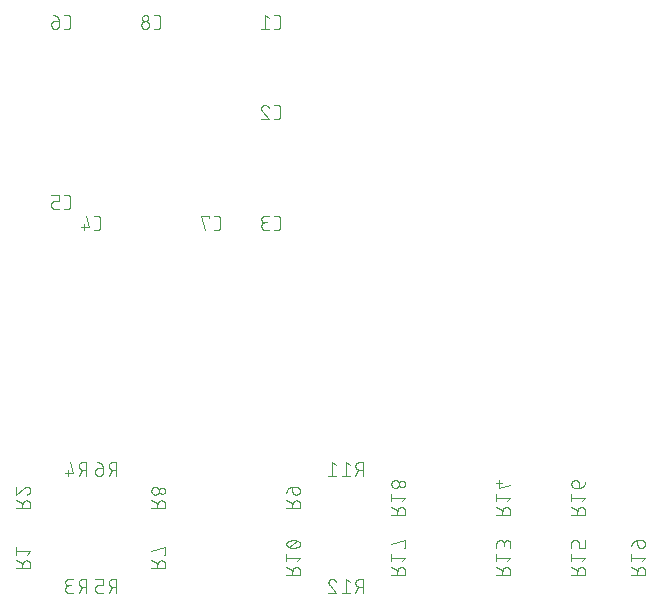
<source format=gbr>
G04 EAGLE Gerber RS-274X export*
G75*
%MOMM*%
%FSLAX34Y34*%
%LPD*%
%INSilkscreen Bottom*%
%IPPOS*%
%AMOC8*
5,1,8,0,0,1.08239X$1,22.5*%
G01*
%ADD10C,0.101600*%


D10*
X165608Y67276D02*
X177292Y67276D01*
X177292Y70522D01*
X177290Y70635D01*
X177284Y70748D01*
X177274Y70861D01*
X177260Y70974D01*
X177243Y71086D01*
X177221Y71197D01*
X177196Y71307D01*
X177166Y71417D01*
X177133Y71525D01*
X177096Y71632D01*
X177056Y71738D01*
X177011Y71842D01*
X176963Y71945D01*
X176912Y72046D01*
X176857Y72145D01*
X176799Y72242D01*
X176737Y72337D01*
X176672Y72430D01*
X176604Y72520D01*
X176533Y72608D01*
X176458Y72694D01*
X176381Y72777D01*
X176301Y72857D01*
X176218Y72934D01*
X176132Y73009D01*
X176044Y73080D01*
X175954Y73148D01*
X175861Y73213D01*
X175766Y73275D01*
X175669Y73333D01*
X175570Y73388D01*
X175469Y73439D01*
X175366Y73487D01*
X175262Y73532D01*
X175156Y73572D01*
X175049Y73609D01*
X174941Y73642D01*
X174831Y73672D01*
X174721Y73697D01*
X174610Y73719D01*
X174498Y73736D01*
X174385Y73750D01*
X174272Y73760D01*
X174159Y73766D01*
X174046Y73768D01*
X173933Y73766D01*
X173820Y73760D01*
X173707Y73750D01*
X173594Y73736D01*
X173482Y73719D01*
X173371Y73697D01*
X173261Y73672D01*
X173151Y73642D01*
X173043Y73609D01*
X172936Y73572D01*
X172830Y73532D01*
X172726Y73487D01*
X172623Y73439D01*
X172522Y73388D01*
X172423Y73333D01*
X172326Y73275D01*
X172231Y73213D01*
X172138Y73148D01*
X172048Y73080D01*
X171960Y73009D01*
X171874Y72934D01*
X171791Y72857D01*
X171711Y72777D01*
X171634Y72694D01*
X171559Y72608D01*
X171488Y72520D01*
X171420Y72430D01*
X171355Y72337D01*
X171293Y72242D01*
X171235Y72145D01*
X171180Y72046D01*
X171129Y71945D01*
X171081Y71842D01*
X171036Y71738D01*
X170996Y71632D01*
X170959Y71525D01*
X170926Y71417D01*
X170896Y71307D01*
X170871Y71197D01*
X170849Y71086D01*
X170832Y70974D01*
X170818Y70861D01*
X170808Y70748D01*
X170802Y70635D01*
X170800Y70522D01*
X170801Y70522D02*
X170801Y67276D01*
X170801Y71171D02*
X165608Y73767D01*
X174696Y78633D02*
X177292Y81878D01*
X165608Y81878D01*
X165608Y78633D02*
X165608Y85124D01*
X165608Y118076D02*
X177292Y118076D01*
X177292Y121322D01*
X177290Y121435D01*
X177284Y121548D01*
X177274Y121661D01*
X177260Y121774D01*
X177243Y121886D01*
X177221Y121997D01*
X177196Y122107D01*
X177166Y122217D01*
X177133Y122325D01*
X177096Y122432D01*
X177056Y122538D01*
X177011Y122642D01*
X176963Y122745D01*
X176912Y122846D01*
X176857Y122945D01*
X176799Y123042D01*
X176737Y123137D01*
X176672Y123230D01*
X176604Y123320D01*
X176533Y123408D01*
X176458Y123494D01*
X176381Y123577D01*
X176301Y123657D01*
X176218Y123734D01*
X176132Y123809D01*
X176044Y123880D01*
X175954Y123948D01*
X175861Y124013D01*
X175766Y124075D01*
X175669Y124133D01*
X175570Y124188D01*
X175469Y124239D01*
X175366Y124287D01*
X175262Y124332D01*
X175156Y124372D01*
X175049Y124409D01*
X174941Y124442D01*
X174831Y124472D01*
X174721Y124497D01*
X174610Y124519D01*
X174498Y124536D01*
X174385Y124550D01*
X174272Y124560D01*
X174159Y124566D01*
X174046Y124568D01*
X173933Y124566D01*
X173820Y124560D01*
X173707Y124550D01*
X173594Y124536D01*
X173482Y124519D01*
X173371Y124497D01*
X173261Y124472D01*
X173151Y124442D01*
X173043Y124409D01*
X172936Y124372D01*
X172830Y124332D01*
X172726Y124287D01*
X172623Y124239D01*
X172522Y124188D01*
X172423Y124133D01*
X172326Y124075D01*
X172231Y124013D01*
X172138Y123948D01*
X172048Y123880D01*
X171960Y123809D01*
X171874Y123734D01*
X171791Y123657D01*
X171711Y123577D01*
X171634Y123494D01*
X171559Y123408D01*
X171488Y123320D01*
X171420Y123230D01*
X171355Y123137D01*
X171293Y123042D01*
X171235Y122945D01*
X171180Y122846D01*
X171129Y122745D01*
X171081Y122642D01*
X171036Y122538D01*
X170996Y122432D01*
X170959Y122325D01*
X170926Y122217D01*
X170896Y122107D01*
X170871Y121997D01*
X170849Y121886D01*
X170832Y121774D01*
X170818Y121661D01*
X170808Y121548D01*
X170802Y121435D01*
X170800Y121322D01*
X170801Y121322D02*
X170801Y118076D01*
X170801Y121971D02*
X165608Y124567D01*
X174371Y135924D02*
X174478Y135922D01*
X174584Y135916D01*
X174690Y135906D01*
X174796Y135893D01*
X174902Y135875D01*
X175006Y135854D01*
X175110Y135829D01*
X175213Y135800D01*
X175314Y135768D01*
X175414Y135731D01*
X175513Y135691D01*
X175611Y135648D01*
X175707Y135601D01*
X175801Y135550D01*
X175893Y135496D01*
X175983Y135439D01*
X176071Y135379D01*
X176156Y135315D01*
X176239Y135248D01*
X176320Y135178D01*
X176398Y135106D01*
X176474Y135030D01*
X176546Y134952D01*
X176616Y134871D01*
X176683Y134788D01*
X176747Y134703D01*
X176807Y134615D01*
X176864Y134525D01*
X176918Y134433D01*
X176969Y134339D01*
X177016Y134243D01*
X177059Y134145D01*
X177099Y134046D01*
X177136Y133946D01*
X177168Y133845D01*
X177197Y133742D01*
X177222Y133638D01*
X177243Y133534D01*
X177261Y133428D01*
X177274Y133322D01*
X177284Y133216D01*
X177290Y133110D01*
X177292Y133003D01*
X177290Y132882D01*
X177284Y132761D01*
X177274Y132641D01*
X177261Y132520D01*
X177243Y132401D01*
X177222Y132281D01*
X177197Y132163D01*
X177168Y132046D01*
X177135Y131929D01*
X177099Y131814D01*
X177058Y131700D01*
X177015Y131587D01*
X176967Y131475D01*
X176916Y131366D01*
X176861Y131258D01*
X176803Y131151D01*
X176742Y131047D01*
X176677Y130945D01*
X176609Y130845D01*
X176538Y130747D01*
X176464Y130651D01*
X176387Y130558D01*
X176306Y130468D01*
X176223Y130380D01*
X176137Y130295D01*
X176048Y130212D01*
X175957Y130133D01*
X175863Y130056D01*
X175767Y129983D01*
X175669Y129913D01*
X175568Y129846D01*
X175465Y129782D01*
X175360Y129722D01*
X175253Y129665D01*
X175145Y129611D01*
X175035Y129561D01*
X174923Y129515D01*
X174810Y129472D01*
X174695Y129433D01*
X172099Y134950D02*
X172176Y135029D01*
X172257Y135105D01*
X172340Y135178D01*
X172425Y135248D01*
X172513Y135315D01*
X172603Y135379D01*
X172695Y135439D01*
X172790Y135496D01*
X172886Y135550D01*
X172984Y135601D01*
X173084Y135648D01*
X173186Y135692D01*
X173289Y135732D01*
X173393Y135768D01*
X173499Y135800D01*
X173605Y135829D01*
X173713Y135854D01*
X173821Y135876D01*
X173931Y135893D01*
X174040Y135907D01*
X174150Y135916D01*
X174261Y135922D01*
X174371Y135924D01*
X172099Y134950D02*
X165608Y129433D01*
X165608Y135924D01*
X224824Y57912D02*
X224824Y46228D01*
X224824Y57912D02*
X221578Y57912D01*
X221465Y57910D01*
X221352Y57904D01*
X221239Y57894D01*
X221126Y57880D01*
X221014Y57863D01*
X220903Y57841D01*
X220793Y57816D01*
X220683Y57786D01*
X220575Y57753D01*
X220468Y57716D01*
X220362Y57676D01*
X220258Y57631D01*
X220155Y57583D01*
X220054Y57532D01*
X219955Y57477D01*
X219858Y57419D01*
X219763Y57357D01*
X219670Y57292D01*
X219580Y57224D01*
X219492Y57153D01*
X219406Y57078D01*
X219323Y57001D01*
X219243Y56921D01*
X219166Y56838D01*
X219091Y56752D01*
X219020Y56664D01*
X218952Y56574D01*
X218887Y56481D01*
X218825Y56386D01*
X218767Y56289D01*
X218712Y56190D01*
X218661Y56089D01*
X218613Y55986D01*
X218568Y55882D01*
X218528Y55776D01*
X218491Y55669D01*
X218458Y55561D01*
X218428Y55451D01*
X218403Y55341D01*
X218381Y55230D01*
X218364Y55118D01*
X218350Y55005D01*
X218340Y54892D01*
X218334Y54779D01*
X218332Y54666D01*
X218334Y54553D01*
X218340Y54440D01*
X218350Y54327D01*
X218364Y54214D01*
X218381Y54102D01*
X218403Y53991D01*
X218428Y53881D01*
X218458Y53771D01*
X218491Y53663D01*
X218528Y53556D01*
X218568Y53450D01*
X218613Y53346D01*
X218661Y53243D01*
X218712Y53142D01*
X218767Y53043D01*
X218825Y52946D01*
X218887Y52851D01*
X218952Y52758D01*
X219020Y52668D01*
X219091Y52580D01*
X219166Y52494D01*
X219243Y52411D01*
X219323Y52331D01*
X219406Y52254D01*
X219492Y52179D01*
X219580Y52108D01*
X219670Y52040D01*
X219763Y51975D01*
X219858Y51913D01*
X219955Y51855D01*
X220054Y51800D01*
X220155Y51749D01*
X220258Y51701D01*
X220362Y51656D01*
X220468Y51616D01*
X220575Y51579D01*
X220683Y51546D01*
X220793Y51516D01*
X220903Y51491D01*
X221014Y51469D01*
X221126Y51452D01*
X221239Y51438D01*
X221352Y51428D01*
X221465Y51422D01*
X221578Y51420D01*
X221578Y51421D02*
X224824Y51421D01*
X220929Y51421D02*
X218333Y46228D01*
X213467Y46228D02*
X210222Y46228D01*
X210109Y46230D01*
X209996Y46236D01*
X209883Y46246D01*
X209770Y46260D01*
X209658Y46277D01*
X209547Y46299D01*
X209437Y46324D01*
X209327Y46354D01*
X209219Y46387D01*
X209112Y46424D01*
X209006Y46464D01*
X208902Y46509D01*
X208799Y46557D01*
X208698Y46608D01*
X208599Y46663D01*
X208502Y46721D01*
X208407Y46783D01*
X208314Y46848D01*
X208224Y46916D01*
X208136Y46987D01*
X208050Y47062D01*
X207967Y47139D01*
X207887Y47219D01*
X207810Y47302D01*
X207735Y47388D01*
X207664Y47476D01*
X207596Y47566D01*
X207531Y47659D01*
X207469Y47754D01*
X207411Y47851D01*
X207356Y47950D01*
X207305Y48051D01*
X207257Y48154D01*
X207212Y48258D01*
X207172Y48364D01*
X207135Y48471D01*
X207102Y48579D01*
X207072Y48689D01*
X207047Y48799D01*
X207025Y48910D01*
X207008Y49022D01*
X206994Y49135D01*
X206984Y49248D01*
X206978Y49361D01*
X206976Y49474D01*
X206978Y49587D01*
X206984Y49700D01*
X206994Y49813D01*
X207008Y49926D01*
X207025Y50038D01*
X207047Y50149D01*
X207072Y50259D01*
X207102Y50369D01*
X207135Y50477D01*
X207172Y50584D01*
X207212Y50690D01*
X207257Y50794D01*
X207305Y50897D01*
X207356Y50998D01*
X207411Y51097D01*
X207469Y51194D01*
X207531Y51289D01*
X207596Y51382D01*
X207664Y51472D01*
X207735Y51560D01*
X207810Y51646D01*
X207887Y51729D01*
X207967Y51809D01*
X208050Y51886D01*
X208136Y51961D01*
X208224Y52032D01*
X208314Y52100D01*
X208407Y52165D01*
X208502Y52227D01*
X208599Y52285D01*
X208698Y52340D01*
X208799Y52391D01*
X208902Y52439D01*
X209006Y52484D01*
X209112Y52524D01*
X209219Y52561D01*
X209327Y52594D01*
X209437Y52624D01*
X209547Y52649D01*
X209658Y52671D01*
X209770Y52688D01*
X209883Y52702D01*
X209996Y52712D01*
X210109Y52718D01*
X210222Y52720D01*
X209573Y57912D02*
X213467Y57912D01*
X209573Y57912D02*
X209472Y57910D01*
X209372Y57904D01*
X209272Y57894D01*
X209172Y57881D01*
X209073Y57863D01*
X208974Y57842D01*
X208877Y57817D01*
X208780Y57788D01*
X208685Y57755D01*
X208591Y57719D01*
X208499Y57679D01*
X208408Y57636D01*
X208319Y57589D01*
X208232Y57539D01*
X208146Y57485D01*
X208063Y57428D01*
X207983Y57368D01*
X207904Y57305D01*
X207828Y57238D01*
X207755Y57169D01*
X207685Y57097D01*
X207617Y57023D01*
X207552Y56946D01*
X207491Y56866D01*
X207432Y56784D01*
X207377Y56700D01*
X207325Y56614D01*
X207276Y56526D01*
X207231Y56436D01*
X207189Y56344D01*
X207151Y56251D01*
X207117Y56156D01*
X207086Y56061D01*
X207059Y55964D01*
X207036Y55866D01*
X207016Y55767D01*
X207001Y55667D01*
X206989Y55567D01*
X206981Y55467D01*
X206977Y55366D01*
X206977Y55266D01*
X206981Y55165D01*
X206989Y55065D01*
X207001Y54965D01*
X207016Y54865D01*
X207036Y54766D01*
X207059Y54668D01*
X207086Y54571D01*
X207117Y54476D01*
X207151Y54381D01*
X207189Y54288D01*
X207231Y54196D01*
X207276Y54106D01*
X207325Y54018D01*
X207377Y53932D01*
X207432Y53848D01*
X207491Y53766D01*
X207552Y53686D01*
X207617Y53609D01*
X207685Y53535D01*
X207755Y53463D01*
X207828Y53394D01*
X207904Y53327D01*
X207983Y53264D01*
X208063Y53204D01*
X208146Y53147D01*
X208232Y53093D01*
X208319Y53043D01*
X208408Y52996D01*
X208499Y52953D01*
X208591Y52913D01*
X208685Y52877D01*
X208780Y52844D01*
X208877Y52815D01*
X208974Y52790D01*
X209073Y52769D01*
X209172Y52751D01*
X209272Y52738D01*
X209372Y52728D01*
X209472Y52722D01*
X209573Y52720D01*
X209573Y52719D02*
X212169Y52719D01*
X224824Y145288D02*
X224824Y156972D01*
X221578Y156972D01*
X221465Y156970D01*
X221352Y156964D01*
X221239Y156954D01*
X221126Y156940D01*
X221014Y156923D01*
X220903Y156901D01*
X220793Y156876D01*
X220683Y156846D01*
X220575Y156813D01*
X220468Y156776D01*
X220362Y156736D01*
X220258Y156691D01*
X220155Y156643D01*
X220054Y156592D01*
X219955Y156537D01*
X219858Y156479D01*
X219763Y156417D01*
X219670Y156352D01*
X219580Y156284D01*
X219492Y156213D01*
X219406Y156138D01*
X219323Y156061D01*
X219243Y155981D01*
X219166Y155898D01*
X219091Y155812D01*
X219020Y155724D01*
X218952Y155634D01*
X218887Y155541D01*
X218825Y155446D01*
X218767Y155349D01*
X218712Y155250D01*
X218661Y155149D01*
X218613Y155046D01*
X218568Y154942D01*
X218528Y154836D01*
X218491Y154729D01*
X218458Y154621D01*
X218428Y154511D01*
X218403Y154401D01*
X218381Y154290D01*
X218364Y154178D01*
X218350Y154065D01*
X218340Y153952D01*
X218334Y153839D01*
X218332Y153726D01*
X218334Y153613D01*
X218340Y153500D01*
X218350Y153387D01*
X218364Y153274D01*
X218381Y153162D01*
X218403Y153051D01*
X218428Y152941D01*
X218458Y152831D01*
X218491Y152723D01*
X218528Y152616D01*
X218568Y152510D01*
X218613Y152406D01*
X218661Y152303D01*
X218712Y152202D01*
X218767Y152103D01*
X218825Y152006D01*
X218887Y151911D01*
X218952Y151818D01*
X219020Y151728D01*
X219091Y151640D01*
X219166Y151554D01*
X219243Y151471D01*
X219323Y151391D01*
X219406Y151314D01*
X219492Y151239D01*
X219580Y151168D01*
X219670Y151100D01*
X219763Y151035D01*
X219858Y150973D01*
X219955Y150915D01*
X220054Y150860D01*
X220155Y150809D01*
X220258Y150761D01*
X220362Y150716D01*
X220468Y150676D01*
X220575Y150639D01*
X220683Y150606D01*
X220793Y150576D01*
X220903Y150551D01*
X221014Y150529D01*
X221126Y150512D01*
X221239Y150498D01*
X221352Y150488D01*
X221465Y150482D01*
X221578Y150480D01*
X221578Y150481D02*
X224824Y150481D01*
X220929Y150481D02*
X218333Y145288D01*
X213467Y147884D02*
X210871Y156972D01*
X213467Y147884D02*
X206976Y147884D01*
X208924Y145288D02*
X208924Y150481D01*
X250224Y57912D02*
X250224Y46228D01*
X250224Y57912D02*
X246978Y57912D01*
X246865Y57910D01*
X246752Y57904D01*
X246639Y57894D01*
X246526Y57880D01*
X246414Y57863D01*
X246303Y57841D01*
X246193Y57816D01*
X246083Y57786D01*
X245975Y57753D01*
X245868Y57716D01*
X245762Y57676D01*
X245658Y57631D01*
X245555Y57583D01*
X245454Y57532D01*
X245355Y57477D01*
X245258Y57419D01*
X245163Y57357D01*
X245070Y57292D01*
X244980Y57224D01*
X244892Y57153D01*
X244806Y57078D01*
X244723Y57001D01*
X244643Y56921D01*
X244566Y56838D01*
X244491Y56752D01*
X244420Y56664D01*
X244352Y56574D01*
X244287Y56481D01*
X244225Y56386D01*
X244167Y56289D01*
X244112Y56190D01*
X244061Y56089D01*
X244013Y55986D01*
X243968Y55882D01*
X243928Y55776D01*
X243891Y55669D01*
X243858Y55561D01*
X243828Y55451D01*
X243803Y55341D01*
X243781Y55230D01*
X243764Y55118D01*
X243750Y55005D01*
X243740Y54892D01*
X243734Y54779D01*
X243732Y54666D01*
X243734Y54553D01*
X243740Y54440D01*
X243750Y54327D01*
X243764Y54214D01*
X243781Y54102D01*
X243803Y53991D01*
X243828Y53881D01*
X243858Y53771D01*
X243891Y53663D01*
X243928Y53556D01*
X243968Y53450D01*
X244013Y53346D01*
X244061Y53243D01*
X244112Y53142D01*
X244167Y53043D01*
X244225Y52946D01*
X244287Y52851D01*
X244352Y52758D01*
X244420Y52668D01*
X244491Y52580D01*
X244566Y52494D01*
X244643Y52411D01*
X244723Y52331D01*
X244806Y52254D01*
X244892Y52179D01*
X244980Y52108D01*
X245070Y52040D01*
X245163Y51975D01*
X245258Y51913D01*
X245355Y51855D01*
X245454Y51800D01*
X245555Y51749D01*
X245658Y51701D01*
X245762Y51656D01*
X245868Y51616D01*
X245975Y51579D01*
X246083Y51546D01*
X246193Y51516D01*
X246303Y51491D01*
X246414Y51469D01*
X246526Y51452D01*
X246639Y51438D01*
X246752Y51428D01*
X246865Y51422D01*
X246978Y51420D01*
X246978Y51421D02*
X250224Y51421D01*
X246329Y51421D02*
X243733Y46228D01*
X238867Y46228D02*
X234973Y46228D01*
X234874Y46230D01*
X234774Y46236D01*
X234675Y46245D01*
X234577Y46258D01*
X234479Y46275D01*
X234381Y46296D01*
X234285Y46321D01*
X234190Y46349D01*
X234096Y46381D01*
X234003Y46416D01*
X233911Y46455D01*
X233821Y46498D01*
X233733Y46543D01*
X233646Y46593D01*
X233562Y46645D01*
X233479Y46701D01*
X233399Y46759D01*
X233321Y46821D01*
X233246Y46886D01*
X233173Y46954D01*
X233103Y47024D01*
X233035Y47097D01*
X232970Y47172D01*
X232908Y47250D01*
X232850Y47330D01*
X232794Y47413D01*
X232742Y47497D01*
X232692Y47584D01*
X232647Y47672D01*
X232604Y47762D01*
X232565Y47854D01*
X232530Y47947D01*
X232498Y48041D01*
X232470Y48136D01*
X232445Y48232D01*
X232424Y48330D01*
X232407Y48428D01*
X232394Y48526D01*
X232385Y48625D01*
X232379Y48725D01*
X232377Y48824D01*
X232376Y48824D02*
X232376Y50123D01*
X232377Y50123D02*
X232379Y50222D01*
X232385Y50322D01*
X232394Y50421D01*
X232407Y50519D01*
X232424Y50617D01*
X232445Y50715D01*
X232470Y50811D01*
X232498Y50906D01*
X232530Y51000D01*
X232565Y51093D01*
X232604Y51185D01*
X232647Y51275D01*
X232692Y51363D01*
X232742Y51450D01*
X232794Y51534D01*
X232850Y51617D01*
X232908Y51697D01*
X232970Y51775D01*
X233035Y51850D01*
X233103Y51923D01*
X233173Y51993D01*
X233246Y52061D01*
X233321Y52126D01*
X233399Y52188D01*
X233479Y52246D01*
X233562Y52302D01*
X233646Y52354D01*
X233733Y52404D01*
X233821Y52449D01*
X233911Y52492D01*
X234003Y52531D01*
X234096Y52566D01*
X234190Y52598D01*
X234285Y52626D01*
X234381Y52651D01*
X234479Y52672D01*
X234577Y52689D01*
X234675Y52702D01*
X234774Y52711D01*
X234874Y52717D01*
X234973Y52719D01*
X238867Y52719D01*
X238867Y57912D01*
X232376Y57912D01*
X250224Y145288D02*
X250224Y156972D01*
X246978Y156972D01*
X246865Y156970D01*
X246752Y156964D01*
X246639Y156954D01*
X246526Y156940D01*
X246414Y156923D01*
X246303Y156901D01*
X246193Y156876D01*
X246083Y156846D01*
X245975Y156813D01*
X245868Y156776D01*
X245762Y156736D01*
X245658Y156691D01*
X245555Y156643D01*
X245454Y156592D01*
X245355Y156537D01*
X245258Y156479D01*
X245163Y156417D01*
X245070Y156352D01*
X244980Y156284D01*
X244892Y156213D01*
X244806Y156138D01*
X244723Y156061D01*
X244643Y155981D01*
X244566Y155898D01*
X244491Y155812D01*
X244420Y155724D01*
X244352Y155634D01*
X244287Y155541D01*
X244225Y155446D01*
X244167Y155349D01*
X244112Y155250D01*
X244061Y155149D01*
X244013Y155046D01*
X243968Y154942D01*
X243928Y154836D01*
X243891Y154729D01*
X243858Y154621D01*
X243828Y154511D01*
X243803Y154401D01*
X243781Y154290D01*
X243764Y154178D01*
X243750Y154065D01*
X243740Y153952D01*
X243734Y153839D01*
X243732Y153726D01*
X243734Y153613D01*
X243740Y153500D01*
X243750Y153387D01*
X243764Y153274D01*
X243781Y153162D01*
X243803Y153051D01*
X243828Y152941D01*
X243858Y152831D01*
X243891Y152723D01*
X243928Y152616D01*
X243968Y152510D01*
X244013Y152406D01*
X244061Y152303D01*
X244112Y152202D01*
X244167Y152103D01*
X244225Y152006D01*
X244287Y151911D01*
X244352Y151818D01*
X244420Y151728D01*
X244491Y151640D01*
X244566Y151554D01*
X244643Y151471D01*
X244723Y151391D01*
X244806Y151314D01*
X244892Y151239D01*
X244980Y151168D01*
X245070Y151100D01*
X245163Y151035D01*
X245258Y150973D01*
X245355Y150915D01*
X245454Y150860D01*
X245555Y150809D01*
X245658Y150761D01*
X245762Y150716D01*
X245868Y150676D01*
X245975Y150639D01*
X246083Y150606D01*
X246193Y150576D01*
X246303Y150551D01*
X246414Y150529D01*
X246526Y150512D01*
X246639Y150498D01*
X246752Y150488D01*
X246865Y150482D01*
X246978Y150480D01*
X246978Y150481D02*
X250224Y150481D01*
X246329Y150481D02*
X243733Y145288D01*
X238867Y151779D02*
X234973Y151779D01*
X234874Y151777D01*
X234774Y151771D01*
X234675Y151762D01*
X234577Y151749D01*
X234479Y151732D01*
X234381Y151711D01*
X234285Y151686D01*
X234190Y151658D01*
X234096Y151626D01*
X234003Y151591D01*
X233911Y151552D01*
X233821Y151509D01*
X233733Y151464D01*
X233646Y151414D01*
X233562Y151362D01*
X233479Y151306D01*
X233399Y151248D01*
X233321Y151186D01*
X233246Y151121D01*
X233173Y151053D01*
X233103Y150983D01*
X233035Y150910D01*
X232970Y150835D01*
X232908Y150757D01*
X232850Y150677D01*
X232794Y150594D01*
X232742Y150510D01*
X232692Y150423D01*
X232647Y150335D01*
X232604Y150245D01*
X232565Y150153D01*
X232530Y150060D01*
X232498Y149966D01*
X232470Y149871D01*
X232445Y149775D01*
X232424Y149677D01*
X232407Y149579D01*
X232394Y149481D01*
X232385Y149382D01*
X232379Y149282D01*
X232377Y149183D01*
X232376Y149183D02*
X232376Y148534D01*
X232378Y148421D01*
X232384Y148308D01*
X232394Y148195D01*
X232408Y148082D01*
X232425Y147970D01*
X232447Y147859D01*
X232472Y147749D01*
X232502Y147639D01*
X232535Y147531D01*
X232572Y147424D01*
X232612Y147318D01*
X232657Y147214D01*
X232705Y147111D01*
X232756Y147010D01*
X232811Y146911D01*
X232869Y146814D01*
X232931Y146719D01*
X232996Y146626D01*
X233064Y146536D01*
X233135Y146448D01*
X233210Y146362D01*
X233287Y146279D01*
X233367Y146199D01*
X233450Y146122D01*
X233536Y146047D01*
X233624Y145976D01*
X233714Y145908D01*
X233807Y145843D01*
X233902Y145781D01*
X233999Y145723D01*
X234098Y145668D01*
X234199Y145617D01*
X234302Y145569D01*
X234406Y145524D01*
X234512Y145484D01*
X234619Y145447D01*
X234727Y145414D01*
X234837Y145384D01*
X234947Y145359D01*
X235058Y145337D01*
X235170Y145320D01*
X235283Y145306D01*
X235396Y145296D01*
X235509Y145290D01*
X235622Y145288D01*
X235735Y145290D01*
X235848Y145296D01*
X235961Y145306D01*
X236074Y145320D01*
X236186Y145337D01*
X236297Y145359D01*
X236407Y145384D01*
X236517Y145414D01*
X236625Y145447D01*
X236732Y145484D01*
X236838Y145524D01*
X236942Y145569D01*
X237045Y145617D01*
X237146Y145668D01*
X237245Y145723D01*
X237342Y145781D01*
X237437Y145843D01*
X237530Y145908D01*
X237620Y145976D01*
X237708Y146047D01*
X237794Y146122D01*
X237877Y146199D01*
X237957Y146279D01*
X238034Y146362D01*
X238109Y146448D01*
X238180Y146536D01*
X238248Y146626D01*
X238313Y146719D01*
X238375Y146814D01*
X238433Y146911D01*
X238488Y147010D01*
X238539Y147111D01*
X238587Y147214D01*
X238632Y147318D01*
X238672Y147424D01*
X238709Y147531D01*
X238742Y147639D01*
X238772Y147749D01*
X238797Y147859D01*
X238819Y147970D01*
X238836Y148082D01*
X238850Y148195D01*
X238860Y148308D01*
X238866Y148421D01*
X238868Y148534D01*
X238867Y148534D02*
X238867Y151779D01*
X238868Y151779D02*
X238866Y151922D01*
X238860Y152065D01*
X238850Y152208D01*
X238836Y152350D01*
X238819Y152492D01*
X238797Y152634D01*
X238772Y152775D01*
X238742Y152915D01*
X238709Y153054D01*
X238672Y153192D01*
X238631Y153329D01*
X238587Y153465D01*
X238538Y153600D01*
X238486Y153733D01*
X238431Y153865D01*
X238371Y153995D01*
X238308Y154124D01*
X238242Y154251D01*
X238172Y154376D01*
X238099Y154498D01*
X238022Y154619D01*
X237942Y154738D01*
X237859Y154854D01*
X237773Y154969D01*
X237684Y155080D01*
X237591Y155190D01*
X237496Y155296D01*
X237397Y155400D01*
X237296Y155501D01*
X237192Y155600D01*
X237086Y155695D01*
X236976Y155788D01*
X236865Y155877D01*
X236750Y155963D01*
X236634Y156046D01*
X236515Y156126D01*
X236394Y156203D01*
X236272Y156276D01*
X236147Y156346D01*
X236020Y156412D01*
X235891Y156475D01*
X235761Y156535D01*
X235629Y156590D01*
X235496Y156642D01*
X235361Y156691D01*
X235225Y156735D01*
X235088Y156776D01*
X234950Y156813D01*
X234811Y156846D01*
X234671Y156876D01*
X234530Y156901D01*
X234388Y156923D01*
X234246Y156940D01*
X234104Y156954D01*
X233961Y156964D01*
X233818Y156970D01*
X233675Y156972D01*
X279908Y67276D02*
X291592Y67276D01*
X291592Y70522D01*
X291590Y70635D01*
X291584Y70748D01*
X291574Y70861D01*
X291560Y70974D01*
X291543Y71086D01*
X291521Y71197D01*
X291496Y71307D01*
X291466Y71417D01*
X291433Y71525D01*
X291396Y71632D01*
X291356Y71738D01*
X291311Y71842D01*
X291263Y71945D01*
X291212Y72046D01*
X291157Y72145D01*
X291099Y72242D01*
X291037Y72337D01*
X290972Y72430D01*
X290904Y72520D01*
X290833Y72608D01*
X290758Y72694D01*
X290681Y72777D01*
X290601Y72857D01*
X290518Y72934D01*
X290432Y73009D01*
X290344Y73080D01*
X290254Y73148D01*
X290161Y73213D01*
X290066Y73275D01*
X289969Y73333D01*
X289870Y73388D01*
X289769Y73439D01*
X289666Y73487D01*
X289562Y73532D01*
X289456Y73572D01*
X289349Y73609D01*
X289241Y73642D01*
X289131Y73672D01*
X289021Y73697D01*
X288910Y73719D01*
X288798Y73736D01*
X288685Y73750D01*
X288572Y73760D01*
X288459Y73766D01*
X288346Y73768D01*
X288233Y73766D01*
X288120Y73760D01*
X288007Y73750D01*
X287894Y73736D01*
X287782Y73719D01*
X287671Y73697D01*
X287561Y73672D01*
X287451Y73642D01*
X287343Y73609D01*
X287236Y73572D01*
X287130Y73532D01*
X287026Y73487D01*
X286923Y73439D01*
X286822Y73388D01*
X286723Y73333D01*
X286626Y73275D01*
X286531Y73213D01*
X286438Y73148D01*
X286348Y73080D01*
X286260Y73009D01*
X286174Y72934D01*
X286091Y72857D01*
X286011Y72777D01*
X285934Y72694D01*
X285859Y72608D01*
X285788Y72520D01*
X285720Y72430D01*
X285655Y72337D01*
X285593Y72242D01*
X285535Y72145D01*
X285480Y72046D01*
X285429Y71945D01*
X285381Y71842D01*
X285336Y71738D01*
X285296Y71632D01*
X285259Y71525D01*
X285226Y71417D01*
X285196Y71307D01*
X285171Y71197D01*
X285149Y71086D01*
X285132Y70974D01*
X285118Y70861D01*
X285108Y70748D01*
X285102Y70635D01*
X285100Y70522D01*
X285101Y70522D02*
X285101Y67276D01*
X285101Y71171D02*
X279908Y73767D01*
X290294Y78633D02*
X291592Y78633D01*
X291592Y85124D01*
X279908Y81878D01*
X279908Y118076D02*
X291592Y118076D01*
X291592Y121322D01*
X291590Y121435D01*
X291584Y121548D01*
X291574Y121661D01*
X291560Y121774D01*
X291543Y121886D01*
X291521Y121997D01*
X291496Y122107D01*
X291466Y122217D01*
X291433Y122325D01*
X291396Y122432D01*
X291356Y122538D01*
X291311Y122642D01*
X291263Y122745D01*
X291212Y122846D01*
X291157Y122945D01*
X291099Y123042D01*
X291037Y123137D01*
X290972Y123230D01*
X290904Y123320D01*
X290833Y123408D01*
X290758Y123494D01*
X290681Y123577D01*
X290601Y123657D01*
X290518Y123734D01*
X290432Y123809D01*
X290344Y123880D01*
X290254Y123948D01*
X290161Y124013D01*
X290066Y124075D01*
X289969Y124133D01*
X289870Y124188D01*
X289769Y124239D01*
X289666Y124287D01*
X289562Y124332D01*
X289456Y124372D01*
X289349Y124409D01*
X289241Y124442D01*
X289131Y124472D01*
X289021Y124497D01*
X288910Y124519D01*
X288798Y124536D01*
X288685Y124550D01*
X288572Y124560D01*
X288459Y124566D01*
X288346Y124568D01*
X288233Y124566D01*
X288120Y124560D01*
X288007Y124550D01*
X287894Y124536D01*
X287782Y124519D01*
X287671Y124497D01*
X287561Y124472D01*
X287451Y124442D01*
X287343Y124409D01*
X287236Y124372D01*
X287130Y124332D01*
X287026Y124287D01*
X286923Y124239D01*
X286822Y124188D01*
X286723Y124133D01*
X286626Y124075D01*
X286531Y124013D01*
X286438Y123948D01*
X286348Y123880D01*
X286260Y123809D01*
X286174Y123734D01*
X286091Y123657D01*
X286011Y123577D01*
X285934Y123494D01*
X285859Y123408D01*
X285788Y123320D01*
X285720Y123230D01*
X285655Y123137D01*
X285593Y123042D01*
X285535Y122945D01*
X285480Y122846D01*
X285429Y122745D01*
X285381Y122642D01*
X285336Y122538D01*
X285296Y122432D01*
X285259Y122325D01*
X285226Y122217D01*
X285196Y122107D01*
X285171Y121997D01*
X285149Y121886D01*
X285132Y121774D01*
X285118Y121661D01*
X285108Y121548D01*
X285102Y121435D01*
X285100Y121322D01*
X285101Y121322D02*
X285101Y118076D01*
X285101Y121971D02*
X279908Y124567D01*
X283154Y129432D02*
X283267Y129434D01*
X283380Y129440D01*
X283493Y129450D01*
X283606Y129464D01*
X283718Y129481D01*
X283829Y129503D01*
X283939Y129528D01*
X284049Y129558D01*
X284157Y129591D01*
X284264Y129628D01*
X284370Y129668D01*
X284474Y129713D01*
X284577Y129761D01*
X284678Y129812D01*
X284777Y129867D01*
X284874Y129925D01*
X284969Y129987D01*
X285062Y130052D01*
X285152Y130120D01*
X285240Y130191D01*
X285326Y130266D01*
X285409Y130343D01*
X285489Y130423D01*
X285566Y130506D01*
X285641Y130592D01*
X285712Y130680D01*
X285780Y130770D01*
X285845Y130863D01*
X285907Y130958D01*
X285965Y131055D01*
X286020Y131154D01*
X286071Y131255D01*
X286119Y131358D01*
X286164Y131462D01*
X286204Y131568D01*
X286241Y131675D01*
X286274Y131783D01*
X286304Y131893D01*
X286329Y132003D01*
X286351Y132114D01*
X286368Y132226D01*
X286382Y132339D01*
X286392Y132452D01*
X286398Y132565D01*
X286400Y132678D01*
X286398Y132791D01*
X286392Y132904D01*
X286382Y133017D01*
X286368Y133130D01*
X286351Y133242D01*
X286329Y133353D01*
X286304Y133463D01*
X286274Y133573D01*
X286241Y133681D01*
X286204Y133788D01*
X286164Y133894D01*
X286119Y133998D01*
X286071Y134101D01*
X286020Y134202D01*
X285965Y134301D01*
X285907Y134398D01*
X285845Y134493D01*
X285780Y134586D01*
X285712Y134676D01*
X285641Y134764D01*
X285566Y134850D01*
X285489Y134933D01*
X285409Y135013D01*
X285326Y135090D01*
X285240Y135165D01*
X285152Y135236D01*
X285062Y135304D01*
X284969Y135369D01*
X284874Y135431D01*
X284777Y135489D01*
X284678Y135544D01*
X284577Y135595D01*
X284474Y135643D01*
X284370Y135688D01*
X284264Y135728D01*
X284157Y135765D01*
X284049Y135798D01*
X283939Y135828D01*
X283829Y135853D01*
X283718Y135875D01*
X283606Y135892D01*
X283493Y135906D01*
X283380Y135916D01*
X283267Y135922D01*
X283154Y135924D01*
X283041Y135922D01*
X282928Y135916D01*
X282815Y135906D01*
X282702Y135892D01*
X282590Y135875D01*
X282479Y135853D01*
X282369Y135828D01*
X282259Y135798D01*
X282151Y135765D01*
X282044Y135728D01*
X281938Y135688D01*
X281834Y135643D01*
X281731Y135595D01*
X281630Y135544D01*
X281531Y135489D01*
X281434Y135431D01*
X281339Y135369D01*
X281246Y135304D01*
X281156Y135236D01*
X281068Y135165D01*
X280982Y135090D01*
X280899Y135013D01*
X280819Y134933D01*
X280742Y134850D01*
X280667Y134764D01*
X280596Y134676D01*
X280528Y134586D01*
X280463Y134493D01*
X280401Y134398D01*
X280343Y134301D01*
X280288Y134202D01*
X280237Y134101D01*
X280189Y133998D01*
X280144Y133894D01*
X280104Y133788D01*
X280067Y133681D01*
X280034Y133573D01*
X280004Y133463D01*
X279979Y133353D01*
X279957Y133242D01*
X279940Y133130D01*
X279926Y133017D01*
X279916Y132904D01*
X279910Y132791D01*
X279908Y132678D01*
X279910Y132565D01*
X279916Y132452D01*
X279926Y132339D01*
X279940Y132226D01*
X279957Y132114D01*
X279979Y132003D01*
X280004Y131893D01*
X280034Y131783D01*
X280067Y131675D01*
X280104Y131568D01*
X280144Y131462D01*
X280189Y131358D01*
X280237Y131255D01*
X280288Y131154D01*
X280343Y131055D01*
X280401Y130958D01*
X280463Y130863D01*
X280528Y130770D01*
X280596Y130680D01*
X280667Y130592D01*
X280742Y130506D01*
X280819Y130423D01*
X280899Y130343D01*
X280982Y130266D01*
X281068Y130191D01*
X281156Y130120D01*
X281246Y130052D01*
X281339Y129987D01*
X281434Y129925D01*
X281531Y129867D01*
X281630Y129812D01*
X281731Y129761D01*
X281834Y129713D01*
X281938Y129668D01*
X282044Y129628D01*
X282151Y129591D01*
X282259Y129558D01*
X282369Y129528D01*
X282479Y129503D01*
X282590Y129481D01*
X282702Y129464D01*
X282815Y129450D01*
X282928Y129440D01*
X283041Y129434D01*
X283154Y129432D01*
X288996Y130082D02*
X289097Y130084D01*
X289197Y130090D01*
X289297Y130100D01*
X289397Y130113D01*
X289496Y130131D01*
X289595Y130152D01*
X289692Y130177D01*
X289789Y130206D01*
X289884Y130239D01*
X289978Y130275D01*
X290070Y130315D01*
X290161Y130358D01*
X290250Y130405D01*
X290337Y130455D01*
X290423Y130509D01*
X290506Y130566D01*
X290586Y130626D01*
X290665Y130689D01*
X290741Y130756D01*
X290814Y130825D01*
X290884Y130897D01*
X290952Y130971D01*
X291017Y131048D01*
X291078Y131128D01*
X291137Y131210D01*
X291192Y131294D01*
X291244Y131380D01*
X291293Y131468D01*
X291338Y131558D01*
X291380Y131650D01*
X291418Y131743D01*
X291452Y131838D01*
X291483Y131933D01*
X291510Y132030D01*
X291533Y132128D01*
X291553Y132227D01*
X291568Y132327D01*
X291580Y132427D01*
X291588Y132527D01*
X291592Y132628D01*
X291592Y132728D01*
X291588Y132829D01*
X291580Y132929D01*
X291568Y133029D01*
X291553Y133129D01*
X291533Y133228D01*
X291510Y133326D01*
X291483Y133423D01*
X291452Y133518D01*
X291418Y133613D01*
X291380Y133706D01*
X291338Y133798D01*
X291293Y133888D01*
X291244Y133976D01*
X291192Y134062D01*
X291137Y134146D01*
X291078Y134228D01*
X291017Y134308D01*
X290952Y134385D01*
X290884Y134459D01*
X290814Y134531D01*
X290741Y134600D01*
X290665Y134667D01*
X290586Y134730D01*
X290506Y134790D01*
X290423Y134847D01*
X290337Y134901D01*
X290250Y134951D01*
X290161Y134998D01*
X290070Y135041D01*
X289978Y135081D01*
X289884Y135117D01*
X289789Y135150D01*
X289692Y135179D01*
X289595Y135204D01*
X289496Y135225D01*
X289397Y135243D01*
X289297Y135256D01*
X289197Y135266D01*
X289097Y135272D01*
X288996Y135274D01*
X288895Y135272D01*
X288795Y135266D01*
X288695Y135256D01*
X288595Y135243D01*
X288496Y135225D01*
X288397Y135204D01*
X288300Y135179D01*
X288203Y135150D01*
X288108Y135117D01*
X288014Y135081D01*
X287922Y135041D01*
X287831Y134998D01*
X287742Y134951D01*
X287655Y134901D01*
X287569Y134847D01*
X287486Y134790D01*
X287406Y134730D01*
X287327Y134667D01*
X287251Y134600D01*
X287178Y134531D01*
X287108Y134459D01*
X287040Y134385D01*
X286975Y134308D01*
X286914Y134228D01*
X286855Y134146D01*
X286800Y134062D01*
X286748Y133976D01*
X286699Y133888D01*
X286654Y133798D01*
X286612Y133706D01*
X286574Y133613D01*
X286540Y133518D01*
X286509Y133423D01*
X286482Y133326D01*
X286459Y133228D01*
X286439Y133129D01*
X286424Y133029D01*
X286412Y132929D01*
X286404Y132829D01*
X286400Y132728D01*
X286400Y132628D01*
X286404Y132527D01*
X286412Y132427D01*
X286424Y132327D01*
X286439Y132227D01*
X286459Y132128D01*
X286482Y132030D01*
X286509Y131933D01*
X286540Y131838D01*
X286574Y131743D01*
X286612Y131650D01*
X286654Y131558D01*
X286699Y131468D01*
X286748Y131380D01*
X286800Y131294D01*
X286855Y131210D01*
X286914Y131128D01*
X286975Y131048D01*
X287040Y130971D01*
X287108Y130897D01*
X287178Y130825D01*
X287251Y130756D01*
X287327Y130689D01*
X287406Y130626D01*
X287486Y130566D01*
X287569Y130509D01*
X287655Y130455D01*
X287742Y130405D01*
X287831Y130358D01*
X287922Y130315D01*
X288014Y130275D01*
X288108Y130239D01*
X288203Y130206D01*
X288300Y130177D01*
X288397Y130152D01*
X288496Y130131D01*
X288595Y130113D01*
X288695Y130100D01*
X288795Y130090D01*
X288895Y130084D01*
X288996Y130082D01*
X394208Y118076D02*
X405892Y118076D01*
X405892Y121322D01*
X405890Y121435D01*
X405884Y121548D01*
X405874Y121661D01*
X405860Y121774D01*
X405843Y121886D01*
X405821Y121997D01*
X405796Y122107D01*
X405766Y122217D01*
X405733Y122325D01*
X405696Y122432D01*
X405656Y122538D01*
X405611Y122642D01*
X405563Y122745D01*
X405512Y122846D01*
X405457Y122945D01*
X405399Y123042D01*
X405337Y123137D01*
X405272Y123230D01*
X405204Y123320D01*
X405133Y123408D01*
X405058Y123494D01*
X404981Y123577D01*
X404901Y123657D01*
X404818Y123734D01*
X404732Y123809D01*
X404644Y123880D01*
X404554Y123948D01*
X404461Y124013D01*
X404366Y124075D01*
X404269Y124133D01*
X404170Y124188D01*
X404069Y124239D01*
X403966Y124287D01*
X403862Y124332D01*
X403756Y124372D01*
X403649Y124409D01*
X403541Y124442D01*
X403431Y124472D01*
X403321Y124497D01*
X403210Y124519D01*
X403098Y124536D01*
X402985Y124550D01*
X402872Y124560D01*
X402759Y124566D01*
X402646Y124568D01*
X402533Y124566D01*
X402420Y124560D01*
X402307Y124550D01*
X402194Y124536D01*
X402082Y124519D01*
X401971Y124497D01*
X401861Y124472D01*
X401751Y124442D01*
X401643Y124409D01*
X401536Y124372D01*
X401430Y124332D01*
X401326Y124287D01*
X401223Y124239D01*
X401122Y124188D01*
X401023Y124133D01*
X400926Y124075D01*
X400831Y124013D01*
X400738Y123948D01*
X400648Y123880D01*
X400560Y123809D01*
X400474Y123734D01*
X400391Y123657D01*
X400311Y123577D01*
X400234Y123494D01*
X400159Y123408D01*
X400088Y123320D01*
X400020Y123230D01*
X399955Y123137D01*
X399893Y123042D01*
X399835Y122945D01*
X399780Y122846D01*
X399729Y122745D01*
X399681Y122642D01*
X399636Y122538D01*
X399596Y122432D01*
X399559Y122325D01*
X399526Y122217D01*
X399496Y122107D01*
X399471Y121997D01*
X399449Y121886D01*
X399432Y121774D01*
X399418Y121661D01*
X399408Y121548D01*
X399402Y121435D01*
X399400Y121322D01*
X399401Y121322D02*
X399401Y118076D01*
X399401Y121971D02*
X394208Y124567D01*
X399401Y132029D02*
X399401Y135924D01*
X399401Y132029D02*
X399403Y131930D01*
X399409Y131830D01*
X399418Y131731D01*
X399431Y131633D01*
X399448Y131535D01*
X399469Y131437D01*
X399494Y131341D01*
X399522Y131246D01*
X399554Y131152D01*
X399589Y131059D01*
X399628Y130967D01*
X399671Y130877D01*
X399716Y130789D01*
X399766Y130702D01*
X399818Y130618D01*
X399874Y130535D01*
X399932Y130455D01*
X399994Y130377D01*
X400059Y130302D01*
X400127Y130229D01*
X400197Y130159D01*
X400270Y130091D01*
X400345Y130026D01*
X400423Y129964D01*
X400503Y129906D01*
X400586Y129850D01*
X400670Y129798D01*
X400757Y129748D01*
X400845Y129703D01*
X400935Y129660D01*
X401027Y129621D01*
X401120Y129586D01*
X401214Y129554D01*
X401309Y129526D01*
X401405Y129501D01*
X401503Y129480D01*
X401601Y129463D01*
X401699Y129450D01*
X401798Y129441D01*
X401898Y129435D01*
X401997Y129433D01*
X402646Y129433D01*
X402646Y129432D02*
X402759Y129434D01*
X402872Y129440D01*
X402985Y129450D01*
X403098Y129464D01*
X403210Y129481D01*
X403321Y129503D01*
X403431Y129528D01*
X403541Y129558D01*
X403649Y129591D01*
X403756Y129628D01*
X403862Y129668D01*
X403966Y129713D01*
X404069Y129761D01*
X404170Y129812D01*
X404269Y129867D01*
X404366Y129925D01*
X404461Y129987D01*
X404554Y130052D01*
X404644Y130120D01*
X404732Y130191D01*
X404818Y130266D01*
X404901Y130343D01*
X404981Y130423D01*
X405058Y130506D01*
X405133Y130592D01*
X405204Y130680D01*
X405272Y130770D01*
X405337Y130863D01*
X405399Y130958D01*
X405457Y131055D01*
X405512Y131154D01*
X405563Y131255D01*
X405611Y131358D01*
X405656Y131462D01*
X405696Y131568D01*
X405733Y131675D01*
X405766Y131783D01*
X405796Y131893D01*
X405821Y132003D01*
X405843Y132114D01*
X405860Y132226D01*
X405874Y132339D01*
X405884Y132452D01*
X405890Y132565D01*
X405892Y132678D01*
X405890Y132791D01*
X405884Y132904D01*
X405874Y133017D01*
X405860Y133130D01*
X405843Y133242D01*
X405821Y133353D01*
X405796Y133463D01*
X405766Y133573D01*
X405733Y133681D01*
X405696Y133788D01*
X405656Y133894D01*
X405611Y133998D01*
X405563Y134101D01*
X405512Y134202D01*
X405457Y134301D01*
X405399Y134398D01*
X405337Y134493D01*
X405272Y134586D01*
X405204Y134676D01*
X405133Y134764D01*
X405058Y134850D01*
X404981Y134933D01*
X404901Y135013D01*
X404818Y135090D01*
X404732Y135165D01*
X404644Y135236D01*
X404554Y135304D01*
X404461Y135369D01*
X404366Y135431D01*
X404269Y135489D01*
X404170Y135544D01*
X404069Y135595D01*
X403966Y135643D01*
X403862Y135688D01*
X403756Y135728D01*
X403649Y135765D01*
X403541Y135798D01*
X403431Y135828D01*
X403321Y135853D01*
X403210Y135875D01*
X403098Y135892D01*
X402985Y135906D01*
X402872Y135916D01*
X402759Y135922D01*
X402646Y135924D01*
X399401Y135924D01*
X399258Y135922D01*
X399115Y135916D01*
X398972Y135906D01*
X398830Y135892D01*
X398688Y135875D01*
X398546Y135853D01*
X398405Y135828D01*
X398265Y135798D01*
X398126Y135765D01*
X397988Y135728D01*
X397851Y135687D01*
X397715Y135643D01*
X397580Y135594D01*
X397447Y135542D01*
X397315Y135487D01*
X397185Y135427D01*
X397056Y135364D01*
X396929Y135298D01*
X396805Y135228D01*
X396682Y135155D01*
X396561Y135078D01*
X396442Y134998D01*
X396326Y134915D01*
X396211Y134829D01*
X396100Y134740D01*
X395990Y134647D01*
X395884Y134552D01*
X395780Y134453D01*
X395679Y134352D01*
X395580Y134248D01*
X395485Y134142D01*
X395392Y134032D01*
X395303Y133921D01*
X395217Y133806D01*
X395134Y133690D01*
X395054Y133571D01*
X394977Y133450D01*
X394904Y133328D01*
X394834Y133203D01*
X394768Y133076D01*
X394705Y132947D01*
X394645Y132817D01*
X394590Y132685D01*
X394538Y132552D01*
X394489Y132417D01*
X394445Y132281D01*
X394404Y132144D01*
X394367Y132006D01*
X394334Y131867D01*
X394304Y131727D01*
X394279Y131586D01*
X394257Y131444D01*
X394240Y131302D01*
X394226Y131160D01*
X394216Y131017D01*
X394210Y130874D01*
X394208Y130731D01*
X394208Y61561D02*
X405892Y61561D01*
X405892Y64807D01*
X405890Y64920D01*
X405884Y65033D01*
X405874Y65146D01*
X405860Y65259D01*
X405843Y65371D01*
X405821Y65482D01*
X405796Y65592D01*
X405766Y65702D01*
X405733Y65810D01*
X405696Y65917D01*
X405656Y66023D01*
X405611Y66127D01*
X405563Y66230D01*
X405512Y66331D01*
X405457Y66430D01*
X405399Y66527D01*
X405337Y66622D01*
X405272Y66715D01*
X405204Y66805D01*
X405133Y66893D01*
X405058Y66979D01*
X404981Y67062D01*
X404901Y67142D01*
X404818Y67219D01*
X404732Y67294D01*
X404644Y67365D01*
X404554Y67433D01*
X404461Y67498D01*
X404366Y67560D01*
X404269Y67618D01*
X404170Y67673D01*
X404069Y67724D01*
X403966Y67772D01*
X403862Y67817D01*
X403756Y67857D01*
X403649Y67894D01*
X403541Y67927D01*
X403431Y67957D01*
X403321Y67982D01*
X403210Y68004D01*
X403098Y68021D01*
X402985Y68035D01*
X402872Y68045D01*
X402759Y68051D01*
X402646Y68053D01*
X402533Y68051D01*
X402420Y68045D01*
X402307Y68035D01*
X402194Y68021D01*
X402082Y68004D01*
X401971Y67982D01*
X401861Y67957D01*
X401751Y67927D01*
X401643Y67894D01*
X401536Y67857D01*
X401430Y67817D01*
X401326Y67772D01*
X401223Y67724D01*
X401122Y67673D01*
X401023Y67618D01*
X400926Y67560D01*
X400831Y67498D01*
X400738Y67433D01*
X400648Y67365D01*
X400560Y67294D01*
X400474Y67219D01*
X400391Y67142D01*
X400311Y67062D01*
X400234Y66979D01*
X400159Y66893D01*
X400088Y66805D01*
X400020Y66715D01*
X399955Y66622D01*
X399893Y66527D01*
X399835Y66430D01*
X399780Y66331D01*
X399729Y66230D01*
X399681Y66127D01*
X399636Y66023D01*
X399596Y65917D01*
X399559Y65810D01*
X399526Y65702D01*
X399496Y65592D01*
X399471Y65482D01*
X399449Y65371D01*
X399432Y65259D01*
X399418Y65146D01*
X399408Y65033D01*
X399402Y64920D01*
X399400Y64807D01*
X399401Y64807D02*
X399401Y61561D01*
X399401Y65456D02*
X394208Y68052D01*
X403296Y72918D02*
X405892Y76163D01*
X394208Y76163D01*
X394208Y72918D02*
X394208Y79409D01*
X400050Y84348D02*
X400280Y84351D01*
X400510Y84359D01*
X400739Y84373D01*
X400968Y84392D01*
X401197Y84417D01*
X401424Y84447D01*
X401652Y84482D01*
X401878Y84523D01*
X402103Y84569D01*
X402327Y84621D01*
X402549Y84678D01*
X402771Y84740D01*
X402990Y84808D01*
X403208Y84881D01*
X403425Y84959D01*
X403639Y85042D01*
X403851Y85130D01*
X404061Y85223D01*
X404269Y85322D01*
X404269Y85321D02*
X404359Y85354D01*
X404448Y85390D01*
X404536Y85430D01*
X404621Y85474D01*
X404705Y85521D01*
X404787Y85571D01*
X404867Y85625D01*
X404944Y85681D01*
X405020Y85741D01*
X405093Y85804D01*
X405163Y85869D01*
X405231Y85938D01*
X405295Y86009D01*
X405357Y86082D01*
X405416Y86158D01*
X405472Y86236D01*
X405525Y86317D01*
X405574Y86399D01*
X405620Y86483D01*
X405663Y86570D01*
X405702Y86657D01*
X405738Y86747D01*
X405770Y86837D01*
X405798Y86929D01*
X405823Y87022D01*
X405844Y87116D01*
X405861Y87210D01*
X405875Y87305D01*
X405884Y87401D01*
X405890Y87497D01*
X405892Y87593D01*
X405890Y87689D01*
X405884Y87785D01*
X405875Y87881D01*
X405861Y87976D01*
X405844Y88070D01*
X405823Y88164D01*
X405798Y88257D01*
X405770Y88349D01*
X405738Y88439D01*
X405702Y88529D01*
X405663Y88616D01*
X405620Y88703D01*
X405574Y88787D01*
X405525Y88869D01*
X405472Y88950D01*
X405416Y89028D01*
X405357Y89104D01*
X405295Y89177D01*
X405231Y89248D01*
X405163Y89317D01*
X405093Y89382D01*
X405020Y89445D01*
X404944Y89505D01*
X404867Y89561D01*
X404787Y89615D01*
X404705Y89665D01*
X404621Y89712D01*
X404536Y89756D01*
X404448Y89796D01*
X404359Y89832D01*
X404269Y89865D01*
X404062Y89964D01*
X403852Y90057D01*
X403639Y90145D01*
X403425Y90228D01*
X403209Y90306D01*
X402991Y90379D01*
X402771Y90447D01*
X402550Y90509D01*
X402327Y90566D01*
X402103Y90618D01*
X401878Y90664D01*
X401652Y90705D01*
X401425Y90740D01*
X401197Y90770D01*
X400968Y90795D01*
X400739Y90814D01*
X400510Y90828D01*
X400280Y90836D01*
X400050Y90839D01*
X400050Y84347D02*
X399820Y84350D01*
X399590Y84358D01*
X399361Y84372D01*
X399132Y84391D01*
X398903Y84416D01*
X398675Y84446D01*
X398448Y84481D01*
X398222Y84522D01*
X397997Y84568D01*
X397773Y84620D01*
X397550Y84677D01*
X397329Y84739D01*
X397109Y84807D01*
X396891Y84880D01*
X396675Y84958D01*
X396461Y85041D01*
X396249Y85129D01*
X396038Y85222D01*
X395831Y85321D01*
X395741Y85354D01*
X395652Y85390D01*
X395564Y85431D01*
X395479Y85474D01*
X395395Y85521D01*
X395313Y85571D01*
X395233Y85625D01*
X395156Y85681D01*
X395080Y85741D01*
X395007Y85804D01*
X394937Y85869D01*
X394869Y85938D01*
X394805Y86009D01*
X394743Y86082D01*
X394684Y86158D01*
X394628Y86236D01*
X394575Y86317D01*
X394526Y86399D01*
X394480Y86483D01*
X394437Y86570D01*
X394398Y86657D01*
X394362Y86747D01*
X394330Y86837D01*
X394302Y86929D01*
X394277Y87022D01*
X394256Y87116D01*
X394239Y87210D01*
X394225Y87305D01*
X394216Y87401D01*
X394210Y87497D01*
X394208Y87593D01*
X395831Y89865D02*
X396038Y89964D01*
X396249Y90057D01*
X396461Y90145D01*
X396675Y90228D01*
X396891Y90306D01*
X397109Y90379D01*
X397329Y90447D01*
X397550Y90509D01*
X397773Y90566D01*
X397997Y90618D01*
X398222Y90664D01*
X398448Y90705D01*
X398675Y90740D01*
X398903Y90770D01*
X399132Y90795D01*
X399361Y90814D01*
X399590Y90828D01*
X399820Y90836D01*
X400050Y90839D01*
X395831Y89865D02*
X395741Y89832D01*
X395652Y89796D01*
X395564Y89756D01*
X395479Y89712D01*
X395395Y89665D01*
X395313Y89615D01*
X395233Y89561D01*
X395156Y89505D01*
X395080Y89445D01*
X395007Y89382D01*
X394937Y89317D01*
X394869Y89248D01*
X394805Y89177D01*
X394743Y89104D01*
X394684Y89028D01*
X394628Y88950D01*
X394575Y88869D01*
X394526Y88787D01*
X394480Y88703D01*
X394437Y88616D01*
X394398Y88529D01*
X394362Y88439D01*
X394330Y88349D01*
X394302Y88257D01*
X394277Y88164D01*
X394256Y88070D01*
X394239Y87976D01*
X394225Y87881D01*
X394216Y87785D01*
X394210Y87689D01*
X394208Y87593D01*
X396804Y84997D02*
X403296Y90190D01*
X459139Y145288D02*
X459139Y156972D01*
X455893Y156972D01*
X455780Y156970D01*
X455667Y156964D01*
X455554Y156954D01*
X455441Y156940D01*
X455329Y156923D01*
X455218Y156901D01*
X455108Y156876D01*
X454998Y156846D01*
X454890Y156813D01*
X454783Y156776D01*
X454677Y156736D01*
X454573Y156691D01*
X454470Y156643D01*
X454369Y156592D01*
X454270Y156537D01*
X454173Y156479D01*
X454078Y156417D01*
X453985Y156352D01*
X453895Y156284D01*
X453807Y156213D01*
X453721Y156138D01*
X453638Y156061D01*
X453558Y155981D01*
X453481Y155898D01*
X453406Y155812D01*
X453335Y155724D01*
X453267Y155634D01*
X453202Y155541D01*
X453140Y155446D01*
X453082Y155349D01*
X453027Y155250D01*
X452976Y155149D01*
X452928Y155046D01*
X452883Y154942D01*
X452843Y154836D01*
X452806Y154729D01*
X452773Y154621D01*
X452743Y154511D01*
X452718Y154401D01*
X452696Y154290D01*
X452679Y154178D01*
X452665Y154065D01*
X452655Y153952D01*
X452649Y153839D01*
X452647Y153726D01*
X452649Y153613D01*
X452655Y153500D01*
X452665Y153387D01*
X452679Y153274D01*
X452696Y153162D01*
X452718Y153051D01*
X452743Y152941D01*
X452773Y152831D01*
X452806Y152723D01*
X452843Y152616D01*
X452883Y152510D01*
X452928Y152406D01*
X452976Y152303D01*
X453027Y152202D01*
X453082Y152103D01*
X453140Y152006D01*
X453202Y151911D01*
X453267Y151818D01*
X453335Y151728D01*
X453406Y151640D01*
X453481Y151554D01*
X453558Y151471D01*
X453638Y151391D01*
X453721Y151314D01*
X453807Y151239D01*
X453895Y151168D01*
X453985Y151100D01*
X454078Y151035D01*
X454173Y150973D01*
X454270Y150915D01*
X454369Y150860D01*
X454470Y150809D01*
X454573Y150761D01*
X454677Y150716D01*
X454783Y150676D01*
X454890Y150639D01*
X454998Y150606D01*
X455108Y150576D01*
X455218Y150551D01*
X455329Y150529D01*
X455441Y150512D01*
X455554Y150498D01*
X455667Y150488D01*
X455780Y150482D01*
X455893Y150480D01*
X455893Y150481D02*
X459139Y150481D01*
X455244Y150481D02*
X452648Y145288D01*
X447782Y154376D02*
X444537Y156972D01*
X444537Y145288D01*
X447782Y145288D02*
X441291Y145288D01*
X436352Y154376D02*
X433107Y156972D01*
X433107Y145288D01*
X436352Y145288D02*
X429861Y145288D01*
X459139Y57912D02*
X459139Y46228D01*
X459139Y57912D02*
X455893Y57912D01*
X455780Y57910D01*
X455667Y57904D01*
X455554Y57894D01*
X455441Y57880D01*
X455329Y57863D01*
X455218Y57841D01*
X455108Y57816D01*
X454998Y57786D01*
X454890Y57753D01*
X454783Y57716D01*
X454677Y57676D01*
X454573Y57631D01*
X454470Y57583D01*
X454369Y57532D01*
X454270Y57477D01*
X454173Y57419D01*
X454078Y57357D01*
X453985Y57292D01*
X453895Y57224D01*
X453807Y57153D01*
X453721Y57078D01*
X453638Y57001D01*
X453558Y56921D01*
X453481Y56838D01*
X453406Y56752D01*
X453335Y56664D01*
X453267Y56574D01*
X453202Y56481D01*
X453140Y56386D01*
X453082Y56289D01*
X453027Y56190D01*
X452976Y56089D01*
X452928Y55986D01*
X452883Y55882D01*
X452843Y55776D01*
X452806Y55669D01*
X452773Y55561D01*
X452743Y55451D01*
X452718Y55341D01*
X452696Y55230D01*
X452679Y55118D01*
X452665Y55005D01*
X452655Y54892D01*
X452649Y54779D01*
X452647Y54666D01*
X452649Y54553D01*
X452655Y54440D01*
X452665Y54327D01*
X452679Y54214D01*
X452696Y54102D01*
X452718Y53991D01*
X452743Y53881D01*
X452773Y53771D01*
X452806Y53663D01*
X452843Y53556D01*
X452883Y53450D01*
X452928Y53346D01*
X452976Y53243D01*
X453027Y53142D01*
X453082Y53043D01*
X453140Y52946D01*
X453202Y52851D01*
X453267Y52758D01*
X453335Y52668D01*
X453406Y52580D01*
X453481Y52494D01*
X453558Y52411D01*
X453638Y52331D01*
X453721Y52254D01*
X453807Y52179D01*
X453895Y52108D01*
X453985Y52040D01*
X454078Y51975D01*
X454173Y51913D01*
X454270Y51855D01*
X454369Y51800D01*
X454470Y51749D01*
X454573Y51701D01*
X454677Y51656D01*
X454783Y51616D01*
X454890Y51579D01*
X454998Y51546D01*
X455108Y51516D01*
X455218Y51491D01*
X455329Y51469D01*
X455441Y51452D01*
X455554Y51438D01*
X455667Y51428D01*
X455780Y51422D01*
X455893Y51420D01*
X455893Y51421D02*
X459139Y51421D01*
X455244Y51421D02*
X452648Y46228D01*
X447782Y55316D02*
X444537Y57912D01*
X444537Y46228D01*
X447782Y46228D02*
X441291Y46228D01*
X429861Y54991D02*
X429863Y55098D01*
X429869Y55204D01*
X429879Y55310D01*
X429892Y55416D01*
X429910Y55522D01*
X429931Y55626D01*
X429956Y55730D01*
X429985Y55833D01*
X430017Y55934D01*
X430054Y56034D01*
X430094Y56133D01*
X430137Y56231D01*
X430184Y56327D01*
X430235Y56421D01*
X430289Y56513D01*
X430346Y56603D01*
X430406Y56691D01*
X430470Y56776D01*
X430537Y56859D01*
X430607Y56940D01*
X430679Y57018D01*
X430755Y57094D01*
X430833Y57166D01*
X430914Y57236D01*
X430997Y57303D01*
X431082Y57367D01*
X431170Y57427D01*
X431260Y57484D01*
X431352Y57538D01*
X431446Y57589D01*
X431542Y57636D01*
X431640Y57679D01*
X431739Y57719D01*
X431839Y57756D01*
X431940Y57788D01*
X432043Y57817D01*
X432147Y57842D01*
X432251Y57863D01*
X432357Y57881D01*
X432463Y57894D01*
X432569Y57904D01*
X432675Y57910D01*
X432782Y57912D01*
X432903Y57910D01*
X433024Y57904D01*
X433144Y57894D01*
X433265Y57881D01*
X433384Y57863D01*
X433504Y57842D01*
X433622Y57817D01*
X433739Y57788D01*
X433856Y57755D01*
X433971Y57719D01*
X434085Y57678D01*
X434198Y57635D01*
X434310Y57587D01*
X434419Y57536D01*
X434527Y57481D01*
X434634Y57423D01*
X434738Y57362D01*
X434840Y57297D01*
X434940Y57229D01*
X435038Y57158D01*
X435134Y57084D01*
X435227Y57007D01*
X435317Y56926D01*
X435405Y56843D01*
X435490Y56757D01*
X435573Y56668D01*
X435652Y56577D01*
X435729Y56483D01*
X435802Y56387D01*
X435872Y56289D01*
X435939Y56188D01*
X436003Y56085D01*
X436064Y55980D01*
X436121Y55873D01*
X436174Y55765D01*
X436224Y55655D01*
X436270Y55543D01*
X436313Y55430D01*
X436352Y55315D01*
X430836Y52719D02*
X430757Y52797D01*
X430681Y52877D01*
X430608Y52960D01*
X430538Y53046D01*
X430471Y53133D01*
X430407Y53224D01*
X430347Y53316D01*
X430289Y53410D01*
X430235Y53507D01*
X430185Y53605D01*
X430138Y53705D01*
X430094Y53806D01*
X430054Y53909D01*
X430018Y54014D01*
X429986Y54119D01*
X429957Y54226D01*
X429932Y54333D01*
X429910Y54442D01*
X429893Y54551D01*
X429879Y54660D01*
X429870Y54770D01*
X429864Y54881D01*
X429862Y54991D01*
X430835Y52719D02*
X436352Y46228D01*
X429861Y46228D01*
X572008Y61561D02*
X583692Y61561D01*
X583692Y64807D01*
X583690Y64920D01*
X583684Y65033D01*
X583674Y65146D01*
X583660Y65259D01*
X583643Y65371D01*
X583621Y65482D01*
X583596Y65592D01*
X583566Y65702D01*
X583533Y65810D01*
X583496Y65917D01*
X583456Y66023D01*
X583411Y66127D01*
X583363Y66230D01*
X583312Y66331D01*
X583257Y66430D01*
X583199Y66527D01*
X583137Y66622D01*
X583072Y66715D01*
X583004Y66805D01*
X582933Y66893D01*
X582858Y66979D01*
X582781Y67062D01*
X582701Y67142D01*
X582618Y67219D01*
X582532Y67294D01*
X582444Y67365D01*
X582354Y67433D01*
X582261Y67498D01*
X582166Y67560D01*
X582069Y67618D01*
X581970Y67673D01*
X581869Y67724D01*
X581766Y67772D01*
X581662Y67817D01*
X581556Y67857D01*
X581449Y67894D01*
X581341Y67927D01*
X581231Y67957D01*
X581121Y67982D01*
X581010Y68004D01*
X580898Y68021D01*
X580785Y68035D01*
X580672Y68045D01*
X580559Y68051D01*
X580446Y68053D01*
X580333Y68051D01*
X580220Y68045D01*
X580107Y68035D01*
X579994Y68021D01*
X579882Y68004D01*
X579771Y67982D01*
X579661Y67957D01*
X579551Y67927D01*
X579443Y67894D01*
X579336Y67857D01*
X579230Y67817D01*
X579126Y67772D01*
X579023Y67724D01*
X578922Y67673D01*
X578823Y67618D01*
X578726Y67560D01*
X578631Y67498D01*
X578538Y67433D01*
X578448Y67365D01*
X578360Y67294D01*
X578274Y67219D01*
X578191Y67142D01*
X578111Y67062D01*
X578034Y66979D01*
X577959Y66893D01*
X577888Y66805D01*
X577820Y66715D01*
X577755Y66622D01*
X577693Y66527D01*
X577635Y66430D01*
X577580Y66331D01*
X577529Y66230D01*
X577481Y66127D01*
X577436Y66023D01*
X577396Y65917D01*
X577359Y65810D01*
X577326Y65702D01*
X577296Y65592D01*
X577271Y65482D01*
X577249Y65371D01*
X577232Y65259D01*
X577218Y65146D01*
X577208Y65033D01*
X577202Y64920D01*
X577200Y64807D01*
X577201Y64807D02*
X577201Y61561D01*
X577201Y65456D02*
X572008Y68052D01*
X581096Y72918D02*
X583692Y76163D01*
X572008Y76163D01*
X572008Y72918D02*
X572008Y79409D01*
X572008Y84348D02*
X572008Y87593D01*
X572010Y87706D01*
X572016Y87819D01*
X572026Y87932D01*
X572040Y88045D01*
X572057Y88157D01*
X572079Y88268D01*
X572104Y88378D01*
X572134Y88488D01*
X572167Y88596D01*
X572204Y88703D01*
X572244Y88809D01*
X572289Y88913D01*
X572337Y89016D01*
X572388Y89117D01*
X572443Y89216D01*
X572501Y89313D01*
X572563Y89408D01*
X572628Y89501D01*
X572696Y89591D01*
X572767Y89679D01*
X572842Y89765D01*
X572919Y89848D01*
X572999Y89928D01*
X573082Y90005D01*
X573168Y90080D01*
X573256Y90151D01*
X573346Y90219D01*
X573439Y90284D01*
X573534Y90346D01*
X573631Y90404D01*
X573730Y90459D01*
X573831Y90510D01*
X573934Y90558D01*
X574038Y90603D01*
X574144Y90643D01*
X574251Y90680D01*
X574359Y90713D01*
X574469Y90743D01*
X574579Y90768D01*
X574690Y90790D01*
X574802Y90807D01*
X574915Y90821D01*
X575028Y90831D01*
X575141Y90837D01*
X575254Y90839D01*
X575367Y90837D01*
X575480Y90831D01*
X575593Y90821D01*
X575706Y90807D01*
X575818Y90790D01*
X575929Y90768D01*
X576039Y90743D01*
X576149Y90713D01*
X576257Y90680D01*
X576364Y90643D01*
X576470Y90603D01*
X576574Y90558D01*
X576677Y90510D01*
X576778Y90459D01*
X576877Y90404D01*
X576974Y90346D01*
X577069Y90284D01*
X577162Y90219D01*
X577252Y90151D01*
X577340Y90080D01*
X577426Y90005D01*
X577509Y89928D01*
X577589Y89848D01*
X577666Y89765D01*
X577741Y89679D01*
X577812Y89591D01*
X577880Y89501D01*
X577945Y89408D01*
X578007Y89313D01*
X578065Y89216D01*
X578120Y89117D01*
X578171Y89016D01*
X578219Y88913D01*
X578264Y88809D01*
X578304Y88703D01*
X578341Y88596D01*
X578374Y88488D01*
X578404Y88378D01*
X578429Y88268D01*
X578451Y88157D01*
X578468Y88045D01*
X578482Y87932D01*
X578492Y87819D01*
X578498Y87706D01*
X578500Y87593D01*
X583692Y88242D02*
X583692Y84348D01*
X583692Y88242D02*
X583690Y88343D01*
X583684Y88443D01*
X583674Y88543D01*
X583661Y88643D01*
X583643Y88742D01*
X583622Y88841D01*
X583597Y88938D01*
X583568Y89035D01*
X583535Y89130D01*
X583499Y89224D01*
X583459Y89316D01*
X583416Y89407D01*
X583369Y89496D01*
X583319Y89583D01*
X583265Y89669D01*
X583208Y89752D01*
X583148Y89832D01*
X583085Y89911D01*
X583018Y89987D01*
X582949Y90060D01*
X582877Y90130D01*
X582803Y90198D01*
X582726Y90263D01*
X582646Y90324D01*
X582564Y90383D01*
X582480Y90438D01*
X582394Y90490D01*
X582306Y90539D01*
X582216Y90584D01*
X582124Y90626D01*
X582031Y90664D01*
X581936Y90698D01*
X581841Y90729D01*
X581744Y90756D01*
X581646Y90779D01*
X581547Y90799D01*
X581447Y90814D01*
X581347Y90826D01*
X581247Y90834D01*
X581146Y90838D01*
X581046Y90838D01*
X580945Y90834D01*
X580845Y90826D01*
X580745Y90814D01*
X580645Y90799D01*
X580546Y90779D01*
X580448Y90756D01*
X580351Y90729D01*
X580256Y90698D01*
X580161Y90664D01*
X580068Y90626D01*
X579976Y90584D01*
X579886Y90539D01*
X579798Y90490D01*
X579712Y90438D01*
X579628Y90383D01*
X579546Y90324D01*
X579466Y90263D01*
X579389Y90198D01*
X579315Y90130D01*
X579243Y90060D01*
X579174Y89987D01*
X579107Y89911D01*
X579044Y89832D01*
X578984Y89752D01*
X578927Y89669D01*
X578873Y89583D01*
X578823Y89496D01*
X578776Y89407D01*
X578733Y89316D01*
X578693Y89224D01*
X578657Y89130D01*
X578624Y89035D01*
X578595Y88938D01*
X578570Y88841D01*
X578549Y88742D01*
X578531Y88643D01*
X578518Y88543D01*
X578508Y88443D01*
X578502Y88343D01*
X578500Y88242D01*
X578499Y88242D02*
X578499Y85646D01*
X583692Y112361D02*
X572008Y112361D01*
X583692Y112361D02*
X583692Y115607D01*
X583690Y115720D01*
X583684Y115833D01*
X583674Y115946D01*
X583660Y116059D01*
X583643Y116171D01*
X583621Y116282D01*
X583596Y116392D01*
X583566Y116502D01*
X583533Y116610D01*
X583496Y116717D01*
X583456Y116823D01*
X583411Y116927D01*
X583363Y117030D01*
X583312Y117131D01*
X583257Y117230D01*
X583199Y117327D01*
X583137Y117422D01*
X583072Y117515D01*
X583004Y117605D01*
X582933Y117693D01*
X582858Y117779D01*
X582781Y117862D01*
X582701Y117942D01*
X582618Y118019D01*
X582532Y118094D01*
X582444Y118165D01*
X582354Y118233D01*
X582261Y118298D01*
X582166Y118360D01*
X582069Y118418D01*
X581970Y118473D01*
X581869Y118524D01*
X581766Y118572D01*
X581662Y118617D01*
X581556Y118657D01*
X581449Y118694D01*
X581341Y118727D01*
X581231Y118757D01*
X581121Y118782D01*
X581010Y118804D01*
X580898Y118821D01*
X580785Y118835D01*
X580672Y118845D01*
X580559Y118851D01*
X580446Y118853D01*
X580333Y118851D01*
X580220Y118845D01*
X580107Y118835D01*
X579994Y118821D01*
X579882Y118804D01*
X579771Y118782D01*
X579661Y118757D01*
X579551Y118727D01*
X579443Y118694D01*
X579336Y118657D01*
X579230Y118617D01*
X579126Y118572D01*
X579023Y118524D01*
X578922Y118473D01*
X578823Y118418D01*
X578726Y118360D01*
X578631Y118298D01*
X578538Y118233D01*
X578448Y118165D01*
X578360Y118094D01*
X578274Y118019D01*
X578191Y117942D01*
X578111Y117862D01*
X578034Y117779D01*
X577959Y117693D01*
X577888Y117605D01*
X577820Y117515D01*
X577755Y117422D01*
X577693Y117327D01*
X577635Y117230D01*
X577580Y117131D01*
X577529Y117030D01*
X577481Y116927D01*
X577436Y116823D01*
X577396Y116717D01*
X577359Y116610D01*
X577326Y116502D01*
X577296Y116392D01*
X577271Y116282D01*
X577249Y116171D01*
X577232Y116059D01*
X577218Y115946D01*
X577208Y115833D01*
X577202Y115720D01*
X577200Y115607D01*
X577201Y115607D02*
X577201Y112361D01*
X577201Y116256D02*
X572008Y118852D01*
X581096Y123718D02*
X583692Y126963D01*
X572008Y126963D01*
X572008Y123718D02*
X572008Y130209D01*
X574604Y135148D02*
X583692Y137744D01*
X574604Y135148D02*
X574604Y141639D01*
X572008Y139691D02*
X577201Y139691D01*
X635508Y61561D02*
X647192Y61561D01*
X647192Y64807D01*
X647190Y64920D01*
X647184Y65033D01*
X647174Y65146D01*
X647160Y65259D01*
X647143Y65371D01*
X647121Y65482D01*
X647096Y65592D01*
X647066Y65702D01*
X647033Y65810D01*
X646996Y65917D01*
X646956Y66023D01*
X646911Y66127D01*
X646863Y66230D01*
X646812Y66331D01*
X646757Y66430D01*
X646699Y66527D01*
X646637Y66622D01*
X646572Y66715D01*
X646504Y66805D01*
X646433Y66893D01*
X646358Y66979D01*
X646281Y67062D01*
X646201Y67142D01*
X646118Y67219D01*
X646032Y67294D01*
X645944Y67365D01*
X645854Y67433D01*
X645761Y67498D01*
X645666Y67560D01*
X645569Y67618D01*
X645470Y67673D01*
X645369Y67724D01*
X645266Y67772D01*
X645162Y67817D01*
X645056Y67857D01*
X644949Y67894D01*
X644841Y67927D01*
X644731Y67957D01*
X644621Y67982D01*
X644510Y68004D01*
X644398Y68021D01*
X644285Y68035D01*
X644172Y68045D01*
X644059Y68051D01*
X643946Y68053D01*
X643833Y68051D01*
X643720Y68045D01*
X643607Y68035D01*
X643494Y68021D01*
X643382Y68004D01*
X643271Y67982D01*
X643161Y67957D01*
X643051Y67927D01*
X642943Y67894D01*
X642836Y67857D01*
X642730Y67817D01*
X642626Y67772D01*
X642523Y67724D01*
X642422Y67673D01*
X642323Y67618D01*
X642226Y67560D01*
X642131Y67498D01*
X642038Y67433D01*
X641948Y67365D01*
X641860Y67294D01*
X641774Y67219D01*
X641691Y67142D01*
X641611Y67062D01*
X641534Y66979D01*
X641459Y66893D01*
X641388Y66805D01*
X641320Y66715D01*
X641255Y66622D01*
X641193Y66527D01*
X641135Y66430D01*
X641080Y66331D01*
X641029Y66230D01*
X640981Y66127D01*
X640936Y66023D01*
X640896Y65917D01*
X640859Y65810D01*
X640826Y65702D01*
X640796Y65592D01*
X640771Y65482D01*
X640749Y65371D01*
X640732Y65259D01*
X640718Y65146D01*
X640708Y65033D01*
X640702Y64920D01*
X640700Y64807D01*
X640701Y64807D02*
X640701Y61561D01*
X640701Y65456D02*
X635508Y68052D01*
X644596Y72918D02*
X647192Y76163D01*
X635508Y76163D01*
X635508Y72918D02*
X635508Y79409D01*
X635508Y84348D02*
X635508Y88242D01*
X635510Y88341D01*
X635516Y88441D01*
X635525Y88540D01*
X635538Y88638D01*
X635555Y88736D01*
X635576Y88834D01*
X635601Y88930D01*
X635629Y89025D01*
X635661Y89119D01*
X635696Y89212D01*
X635735Y89304D01*
X635778Y89394D01*
X635823Y89482D01*
X635873Y89569D01*
X635925Y89653D01*
X635981Y89736D01*
X636039Y89816D01*
X636101Y89894D01*
X636166Y89969D01*
X636234Y90042D01*
X636304Y90112D01*
X636377Y90180D01*
X636452Y90245D01*
X636530Y90307D01*
X636610Y90365D01*
X636693Y90421D01*
X636777Y90473D01*
X636864Y90523D01*
X636952Y90568D01*
X637042Y90611D01*
X637134Y90650D01*
X637227Y90685D01*
X637321Y90717D01*
X637416Y90745D01*
X637512Y90770D01*
X637610Y90791D01*
X637708Y90808D01*
X637806Y90821D01*
X637905Y90830D01*
X638005Y90836D01*
X638104Y90838D01*
X638104Y90839D02*
X639403Y90839D01*
X639403Y90838D02*
X639502Y90836D01*
X639602Y90830D01*
X639701Y90821D01*
X639799Y90808D01*
X639897Y90791D01*
X639995Y90770D01*
X640091Y90745D01*
X640186Y90717D01*
X640280Y90685D01*
X640373Y90650D01*
X640465Y90611D01*
X640555Y90568D01*
X640643Y90523D01*
X640730Y90473D01*
X640814Y90421D01*
X640897Y90365D01*
X640977Y90307D01*
X641055Y90245D01*
X641130Y90180D01*
X641203Y90112D01*
X641273Y90042D01*
X641341Y89969D01*
X641406Y89894D01*
X641468Y89816D01*
X641526Y89736D01*
X641582Y89653D01*
X641634Y89569D01*
X641684Y89482D01*
X641729Y89394D01*
X641772Y89304D01*
X641811Y89212D01*
X641846Y89119D01*
X641878Y89025D01*
X641906Y88930D01*
X641931Y88834D01*
X641952Y88736D01*
X641969Y88638D01*
X641982Y88540D01*
X641991Y88441D01*
X641997Y88341D01*
X641999Y88242D01*
X641999Y84348D01*
X647192Y84348D01*
X647192Y90839D01*
X647192Y112361D02*
X635508Y112361D01*
X647192Y112361D02*
X647192Y115607D01*
X647190Y115720D01*
X647184Y115833D01*
X647174Y115946D01*
X647160Y116059D01*
X647143Y116171D01*
X647121Y116282D01*
X647096Y116392D01*
X647066Y116502D01*
X647033Y116610D01*
X646996Y116717D01*
X646956Y116823D01*
X646911Y116927D01*
X646863Y117030D01*
X646812Y117131D01*
X646757Y117230D01*
X646699Y117327D01*
X646637Y117422D01*
X646572Y117515D01*
X646504Y117605D01*
X646433Y117693D01*
X646358Y117779D01*
X646281Y117862D01*
X646201Y117942D01*
X646118Y118019D01*
X646032Y118094D01*
X645944Y118165D01*
X645854Y118233D01*
X645761Y118298D01*
X645666Y118360D01*
X645569Y118418D01*
X645470Y118473D01*
X645369Y118524D01*
X645266Y118572D01*
X645162Y118617D01*
X645056Y118657D01*
X644949Y118694D01*
X644841Y118727D01*
X644731Y118757D01*
X644621Y118782D01*
X644510Y118804D01*
X644398Y118821D01*
X644285Y118835D01*
X644172Y118845D01*
X644059Y118851D01*
X643946Y118853D01*
X643833Y118851D01*
X643720Y118845D01*
X643607Y118835D01*
X643494Y118821D01*
X643382Y118804D01*
X643271Y118782D01*
X643161Y118757D01*
X643051Y118727D01*
X642943Y118694D01*
X642836Y118657D01*
X642730Y118617D01*
X642626Y118572D01*
X642523Y118524D01*
X642422Y118473D01*
X642323Y118418D01*
X642226Y118360D01*
X642131Y118298D01*
X642038Y118233D01*
X641948Y118165D01*
X641860Y118094D01*
X641774Y118019D01*
X641691Y117942D01*
X641611Y117862D01*
X641534Y117779D01*
X641459Y117693D01*
X641388Y117605D01*
X641320Y117515D01*
X641255Y117422D01*
X641193Y117327D01*
X641135Y117230D01*
X641080Y117131D01*
X641029Y117030D01*
X640981Y116927D01*
X640936Y116823D01*
X640896Y116717D01*
X640859Y116610D01*
X640826Y116502D01*
X640796Y116392D01*
X640771Y116282D01*
X640749Y116171D01*
X640732Y116059D01*
X640718Y115946D01*
X640708Y115833D01*
X640702Y115720D01*
X640700Y115607D01*
X640701Y115607D02*
X640701Y112361D01*
X640701Y116256D02*
X635508Y118852D01*
X644596Y123718D02*
X647192Y126963D01*
X635508Y126963D01*
X635508Y123718D02*
X635508Y130209D01*
X641999Y135148D02*
X641999Y139042D01*
X641997Y139141D01*
X641991Y139241D01*
X641982Y139340D01*
X641969Y139438D01*
X641952Y139536D01*
X641931Y139634D01*
X641906Y139730D01*
X641878Y139825D01*
X641846Y139919D01*
X641811Y140012D01*
X641772Y140104D01*
X641729Y140194D01*
X641684Y140282D01*
X641634Y140369D01*
X641582Y140453D01*
X641526Y140536D01*
X641468Y140616D01*
X641406Y140694D01*
X641341Y140769D01*
X641273Y140842D01*
X641203Y140912D01*
X641130Y140980D01*
X641055Y141045D01*
X640977Y141107D01*
X640897Y141165D01*
X640814Y141221D01*
X640730Y141273D01*
X640643Y141323D01*
X640555Y141368D01*
X640465Y141411D01*
X640373Y141450D01*
X640280Y141485D01*
X640186Y141517D01*
X640091Y141545D01*
X639995Y141570D01*
X639897Y141591D01*
X639799Y141608D01*
X639701Y141621D01*
X639602Y141630D01*
X639502Y141636D01*
X639403Y141638D01*
X639403Y141639D02*
X638754Y141639D01*
X638641Y141637D01*
X638528Y141631D01*
X638415Y141621D01*
X638302Y141607D01*
X638190Y141590D01*
X638079Y141568D01*
X637969Y141543D01*
X637859Y141513D01*
X637751Y141480D01*
X637644Y141443D01*
X637538Y141403D01*
X637434Y141358D01*
X637331Y141310D01*
X637230Y141259D01*
X637131Y141204D01*
X637034Y141146D01*
X636939Y141084D01*
X636846Y141019D01*
X636756Y140951D01*
X636668Y140880D01*
X636582Y140805D01*
X636499Y140728D01*
X636419Y140648D01*
X636342Y140565D01*
X636267Y140479D01*
X636196Y140391D01*
X636128Y140301D01*
X636063Y140208D01*
X636001Y140113D01*
X635943Y140016D01*
X635888Y139917D01*
X635837Y139816D01*
X635789Y139713D01*
X635744Y139609D01*
X635704Y139503D01*
X635667Y139396D01*
X635634Y139288D01*
X635604Y139178D01*
X635579Y139068D01*
X635557Y138957D01*
X635540Y138845D01*
X635526Y138732D01*
X635516Y138619D01*
X635510Y138506D01*
X635508Y138393D01*
X635510Y138280D01*
X635516Y138167D01*
X635526Y138054D01*
X635540Y137941D01*
X635557Y137829D01*
X635579Y137718D01*
X635604Y137608D01*
X635634Y137498D01*
X635667Y137390D01*
X635704Y137283D01*
X635744Y137177D01*
X635789Y137073D01*
X635837Y136970D01*
X635888Y136869D01*
X635943Y136770D01*
X636001Y136673D01*
X636063Y136578D01*
X636128Y136485D01*
X636196Y136395D01*
X636267Y136307D01*
X636342Y136221D01*
X636419Y136138D01*
X636499Y136058D01*
X636582Y135981D01*
X636668Y135906D01*
X636756Y135835D01*
X636846Y135767D01*
X636939Y135702D01*
X637034Y135640D01*
X637131Y135582D01*
X637230Y135527D01*
X637331Y135476D01*
X637434Y135428D01*
X637538Y135383D01*
X637644Y135343D01*
X637751Y135306D01*
X637859Y135273D01*
X637969Y135243D01*
X638079Y135218D01*
X638190Y135196D01*
X638302Y135179D01*
X638415Y135165D01*
X638528Y135155D01*
X638641Y135149D01*
X638754Y135147D01*
X638754Y135148D02*
X641999Y135148D01*
X642142Y135150D01*
X642285Y135156D01*
X642428Y135166D01*
X642570Y135180D01*
X642712Y135197D01*
X642854Y135219D01*
X642995Y135244D01*
X643135Y135274D01*
X643274Y135307D01*
X643412Y135344D01*
X643549Y135385D01*
X643685Y135429D01*
X643820Y135478D01*
X643953Y135530D01*
X644085Y135585D01*
X644215Y135645D01*
X644344Y135708D01*
X644471Y135774D01*
X644595Y135844D01*
X644718Y135917D01*
X644839Y135994D01*
X644958Y136074D01*
X645074Y136157D01*
X645189Y136243D01*
X645300Y136332D01*
X645410Y136425D01*
X645516Y136520D01*
X645620Y136619D01*
X645721Y136720D01*
X645820Y136824D01*
X645915Y136930D01*
X646008Y137040D01*
X646097Y137151D01*
X646183Y137266D01*
X646266Y137382D01*
X646346Y137501D01*
X646423Y137622D01*
X646496Y137744D01*
X646566Y137869D01*
X646632Y137996D01*
X646695Y138125D01*
X646755Y138255D01*
X646810Y138387D01*
X646862Y138520D01*
X646911Y138655D01*
X646955Y138791D01*
X646996Y138928D01*
X647033Y139066D01*
X647066Y139205D01*
X647096Y139345D01*
X647121Y139486D01*
X647143Y139628D01*
X647160Y139770D01*
X647174Y139912D01*
X647184Y140055D01*
X647190Y140198D01*
X647192Y140341D01*
X494792Y61561D02*
X483108Y61561D01*
X494792Y61561D02*
X494792Y64807D01*
X494790Y64920D01*
X494784Y65033D01*
X494774Y65146D01*
X494760Y65259D01*
X494743Y65371D01*
X494721Y65482D01*
X494696Y65592D01*
X494666Y65702D01*
X494633Y65810D01*
X494596Y65917D01*
X494556Y66023D01*
X494511Y66127D01*
X494463Y66230D01*
X494412Y66331D01*
X494357Y66430D01*
X494299Y66527D01*
X494237Y66622D01*
X494172Y66715D01*
X494104Y66805D01*
X494033Y66893D01*
X493958Y66979D01*
X493881Y67062D01*
X493801Y67142D01*
X493718Y67219D01*
X493632Y67294D01*
X493544Y67365D01*
X493454Y67433D01*
X493361Y67498D01*
X493266Y67560D01*
X493169Y67618D01*
X493070Y67673D01*
X492969Y67724D01*
X492866Y67772D01*
X492762Y67817D01*
X492656Y67857D01*
X492549Y67894D01*
X492441Y67927D01*
X492331Y67957D01*
X492221Y67982D01*
X492110Y68004D01*
X491998Y68021D01*
X491885Y68035D01*
X491772Y68045D01*
X491659Y68051D01*
X491546Y68053D01*
X491433Y68051D01*
X491320Y68045D01*
X491207Y68035D01*
X491094Y68021D01*
X490982Y68004D01*
X490871Y67982D01*
X490761Y67957D01*
X490651Y67927D01*
X490543Y67894D01*
X490436Y67857D01*
X490330Y67817D01*
X490226Y67772D01*
X490123Y67724D01*
X490022Y67673D01*
X489923Y67618D01*
X489826Y67560D01*
X489731Y67498D01*
X489638Y67433D01*
X489548Y67365D01*
X489460Y67294D01*
X489374Y67219D01*
X489291Y67142D01*
X489211Y67062D01*
X489134Y66979D01*
X489059Y66893D01*
X488988Y66805D01*
X488920Y66715D01*
X488855Y66622D01*
X488793Y66527D01*
X488735Y66430D01*
X488680Y66331D01*
X488629Y66230D01*
X488581Y66127D01*
X488536Y66023D01*
X488496Y65917D01*
X488459Y65810D01*
X488426Y65702D01*
X488396Y65592D01*
X488371Y65482D01*
X488349Y65371D01*
X488332Y65259D01*
X488318Y65146D01*
X488308Y65033D01*
X488302Y64920D01*
X488300Y64807D01*
X488301Y64807D02*
X488301Y61561D01*
X488301Y65456D02*
X483108Y68052D01*
X492196Y72918D02*
X494792Y76163D01*
X483108Y76163D01*
X483108Y72918D02*
X483108Y79409D01*
X493494Y84348D02*
X494792Y84348D01*
X494792Y90839D01*
X483108Y87593D01*
X483108Y112361D02*
X494792Y112361D01*
X494792Y115607D01*
X494790Y115720D01*
X494784Y115833D01*
X494774Y115946D01*
X494760Y116059D01*
X494743Y116171D01*
X494721Y116282D01*
X494696Y116392D01*
X494666Y116502D01*
X494633Y116610D01*
X494596Y116717D01*
X494556Y116823D01*
X494511Y116927D01*
X494463Y117030D01*
X494412Y117131D01*
X494357Y117230D01*
X494299Y117327D01*
X494237Y117422D01*
X494172Y117515D01*
X494104Y117605D01*
X494033Y117693D01*
X493958Y117779D01*
X493881Y117862D01*
X493801Y117942D01*
X493718Y118019D01*
X493632Y118094D01*
X493544Y118165D01*
X493454Y118233D01*
X493361Y118298D01*
X493266Y118360D01*
X493169Y118418D01*
X493070Y118473D01*
X492969Y118524D01*
X492866Y118572D01*
X492762Y118617D01*
X492656Y118657D01*
X492549Y118694D01*
X492441Y118727D01*
X492331Y118757D01*
X492221Y118782D01*
X492110Y118804D01*
X491998Y118821D01*
X491885Y118835D01*
X491772Y118845D01*
X491659Y118851D01*
X491546Y118853D01*
X491433Y118851D01*
X491320Y118845D01*
X491207Y118835D01*
X491094Y118821D01*
X490982Y118804D01*
X490871Y118782D01*
X490761Y118757D01*
X490651Y118727D01*
X490543Y118694D01*
X490436Y118657D01*
X490330Y118617D01*
X490226Y118572D01*
X490123Y118524D01*
X490022Y118473D01*
X489923Y118418D01*
X489826Y118360D01*
X489731Y118298D01*
X489638Y118233D01*
X489548Y118165D01*
X489460Y118094D01*
X489374Y118019D01*
X489291Y117942D01*
X489211Y117862D01*
X489134Y117779D01*
X489059Y117693D01*
X488988Y117605D01*
X488920Y117515D01*
X488855Y117422D01*
X488793Y117327D01*
X488735Y117230D01*
X488680Y117131D01*
X488629Y117030D01*
X488581Y116927D01*
X488536Y116823D01*
X488496Y116717D01*
X488459Y116610D01*
X488426Y116502D01*
X488396Y116392D01*
X488371Y116282D01*
X488349Y116171D01*
X488332Y116059D01*
X488318Y115946D01*
X488308Y115833D01*
X488302Y115720D01*
X488300Y115607D01*
X488301Y115607D02*
X488301Y112361D01*
X488301Y116256D02*
X483108Y118852D01*
X492196Y123718D02*
X494792Y126963D01*
X483108Y126963D01*
X483108Y123718D02*
X483108Y130209D01*
X486354Y135147D02*
X486467Y135149D01*
X486580Y135155D01*
X486693Y135165D01*
X486806Y135179D01*
X486918Y135196D01*
X487029Y135218D01*
X487139Y135243D01*
X487249Y135273D01*
X487357Y135306D01*
X487464Y135343D01*
X487570Y135383D01*
X487674Y135428D01*
X487777Y135476D01*
X487878Y135527D01*
X487977Y135582D01*
X488074Y135640D01*
X488169Y135702D01*
X488262Y135767D01*
X488352Y135835D01*
X488440Y135906D01*
X488526Y135981D01*
X488609Y136058D01*
X488689Y136138D01*
X488766Y136221D01*
X488841Y136307D01*
X488912Y136395D01*
X488980Y136485D01*
X489045Y136578D01*
X489107Y136673D01*
X489165Y136770D01*
X489220Y136869D01*
X489271Y136970D01*
X489319Y137073D01*
X489364Y137177D01*
X489404Y137283D01*
X489441Y137390D01*
X489474Y137498D01*
X489504Y137608D01*
X489529Y137718D01*
X489551Y137829D01*
X489568Y137941D01*
X489582Y138054D01*
X489592Y138167D01*
X489598Y138280D01*
X489600Y138393D01*
X489598Y138506D01*
X489592Y138619D01*
X489582Y138732D01*
X489568Y138845D01*
X489551Y138957D01*
X489529Y139068D01*
X489504Y139178D01*
X489474Y139288D01*
X489441Y139396D01*
X489404Y139503D01*
X489364Y139609D01*
X489319Y139713D01*
X489271Y139816D01*
X489220Y139917D01*
X489165Y140016D01*
X489107Y140113D01*
X489045Y140208D01*
X488980Y140301D01*
X488912Y140391D01*
X488841Y140479D01*
X488766Y140565D01*
X488689Y140648D01*
X488609Y140728D01*
X488526Y140805D01*
X488440Y140880D01*
X488352Y140951D01*
X488262Y141019D01*
X488169Y141084D01*
X488074Y141146D01*
X487977Y141204D01*
X487878Y141259D01*
X487777Y141310D01*
X487674Y141358D01*
X487570Y141403D01*
X487464Y141443D01*
X487357Y141480D01*
X487249Y141513D01*
X487139Y141543D01*
X487029Y141568D01*
X486918Y141590D01*
X486806Y141607D01*
X486693Y141621D01*
X486580Y141631D01*
X486467Y141637D01*
X486354Y141639D01*
X486241Y141637D01*
X486128Y141631D01*
X486015Y141621D01*
X485902Y141607D01*
X485790Y141590D01*
X485679Y141568D01*
X485569Y141543D01*
X485459Y141513D01*
X485351Y141480D01*
X485244Y141443D01*
X485138Y141403D01*
X485034Y141358D01*
X484931Y141310D01*
X484830Y141259D01*
X484731Y141204D01*
X484634Y141146D01*
X484539Y141084D01*
X484446Y141019D01*
X484356Y140951D01*
X484268Y140880D01*
X484182Y140805D01*
X484099Y140728D01*
X484019Y140648D01*
X483942Y140565D01*
X483867Y140479D01*
X483796Y140391D01*
X483728Y140301D01*
X483663Y140208D01*
X483601Y140113D01*
X483543Y140016D01*
X483488Y139917D01*
X483437Y139816D01*
X483389Y139713D01*
X483344Y139609D01*
X483304Y139503D01*
X483267Y139396D01*
X483234Y139288D01*
X483204Y139178D01*
X483179Y139068D01*
X483157Y138957D01*
X483140Y138845D01*
X483126Y138732D01*
X483116Y138619D01*
X483110Y138506D01*
X483108Y138393D01*
X483110Y138280D01*
X483116Y138167D01*
X483126Y138054D01*
X483140Y137941D01*
X483157Y137829D01*
X483179Y137718D01*
X483204Y137608D01*
X483234Y137498D01*
X483267Y137390D01*
X483304Y137283D01*
X483344Y137177D01*
X483389Y137073D01*
X483437Y136970D01*
X483488Y136869D01*
X483543Y136770D01*
X483601Y136673D01*
X483663Y136578D01*
X483728Y136485D01*
X483796Y136395D01*
X483867Y136307D01*
X483942Y136221D01*
X484019Y136138D01*
X484099Y136058D01*
X484182Y135981D01*
X484268Y135906D01*
X484356Y135835D01*
X484446Y135767D01*
X484539Y135702D01*
X484634Y135640D01*
X484731Y135582D01*
X484830Y135527D01*
X484931Y135476D01*
X485034Y135428D01*
X485138Y135383D01*
X485244Y135343D01*
X485351Y135306D01*
X485459Y135273D01*
X485569Y135243D01*
X485679Y135218D01*
X485790Y135196D01*
X485902Y135179D01*
X486015Y135165D01*
X486128Y135155D01*
X486241Y135149D01*
X486354Y135147D01*
X492196Y135797D02*
X492297Y135799D01*
X492397Y135805D01*
X492497Y135815D01*
X492597Y135828D01*
X492696Y135846D01*
X492795Y135867D01*
X492892Y135892D01*
X492989Y135921D01*
X493084Y135954D01*
X493178Y135990D01*
X493270Y136030D01*
X493361Y136073D01*
X493450Y136120D01*
X493537Y136170D01*
X493623Y136224D01*
X493706Y136281D01*
X493786Y136341D01*
X493865Y136404D01*
X493941Y136471D01*
X494014Y136540D01*
X494084Y136612D01*
X494152Y136686D01*
X494217Y136763D01*
X494278Y136843D01*
X494337Y136925D01*
X494392Y137009D01*
X494444Y137095D01*
X494493Y137183D01*
X494538Y137273D01*
X494580Y137365D01*
X494618Y137458D01*
X494652Y137553D01*
X494683Y137648D01*
X494710Y137745D01*
X494733Y137843D01*
X494753Y137942D01*
X494768Y138042D01*
X494780Y138142D01*
X494788Y138242D01*
X494792Y138343D01*
X494792Y138443D01*
X494788Y138544D01*
X494780Y138644D01*
X494768Y138744D01*
X494753Y138844D01*
X494733Y138943D01*
X494710Y139041D01*
X494683Y139138D01*
X494652Y139233D01*
X494618Y139328D01*
X494580Y139421D01*
X494538Y139513D01*
X494493Y139603D01*
X494444Y139691D01*
X494392Y139777D01*
X494337Y139861D01*
X494278Y139943D01*
X494217Y140023D01*
X494152Y140100D01*
X494084Y140174D01*
X494014Y140246D01*
X493941Y140315D01*
X493865Y140382D01*
X493786Y140445D01*
X493706Y140505D01*
X493623Y140562D01*
X493537Y140616D01*
X493450Y140666D01*
X493361Y140713D01*
X493270Y140756D01*
X493178Y140796D01*
X493084Y140832D01*
X492989Y140865D01*
X492892Y140894D01*
X492795Y140919D01*
X492696Y140940D01*
X492597Y140958D01*
X492497Y140971D01*
X492397Y140981D01*
X492297Y140987D01*
X492196Y140989D01*
X492095Y140987D01*
X491995Y140981D01*
X491895Y140971D01*
X491795Y140958D01*
X491696Y140940D01*
X491597Y140919D01*
X491500Y140894D01*
X491403Y140865D01*
X491308Y140832D01*
X491214Y140796D01*
X491122Y140756D01*
X491031Y140713D01*
X490942Y140666D01*
X490855Y140616D01*
X490769Y140562D01*
X490686Y140505D01*
X490606Y140445D01*
X490527Y140382D01*
X490451Y140315D01*
X490378Y140246D01*
X490308Y140174D01*
X490240Y140100D01*
X490175Y140023D01*
X490114Y139943D01*
X490055Y139861D01*
X490000Y139777D01*
X489948Y139691D01*
X489899Y139603D01*
X489854Y139513D01*
X489812Y139421D01*
X489774Y139328D01*
X489740Y139233D01*
X489709Y139138D01*
X489682Y139041D01*
X489659Y138943D01*
X489639Y138844D01*
X489624Y138744D01*
X489612Y138644D01*
X489604Y138544D01*
X489600Y138443D01*
X489600Y138343D01*
X489604Y138242D01*
X489612Y138142D01*
X489624Y138042D01*
X489639Y137942D01*
X489659Y137843D01*
X489682Y137745D01*
X489709Y137648D01*
X489740Y137553D01*
X489774Y137458D01*
X489812Y137365D01*
X489854Y137273D01*
X489899Y137183D01*
X489948Y137095D01*
X490000Y137009D01*
X490055Y136925D01*
X490114Y136843D01*
X490175Y136763D01*
X490240Y136686D01*
X490308Y136612D01*
X490378Y136540D01*
X490451Y136471D01*
X490527Y136404D01*
X490606Y136341D01*
X490686Y136281D01*
X490769Y136224D01*
X490855Y136170D01*
X490942Y136120D01*
X491031Y136073D01*
X491122Y136030D01*
X491214Y135990D01*
X491308Y135954D01*
X491403Y135921D01*
X491500Y135892D01*
X491597Y135867D01*
X491696Y135846D01*
X491795Y135828D01*
X491895Y135815D01*
X491995Y135805D01*
X492095Y135799D01*
X492196Y135797D01*
X686308Y61561D02*
X697992Y61561D01*
X697992Y64807D01*
X697990Y64920D01*
X697984Y65033D01*
X697974Y65146D01*
X697960Y65259D01*
X697943Y65371D01*
X697921Y65482D01*
X697896Y65592D01*
X697866Y65702D01*
X697833Y65810D01*
X697796Y65917D01*
X697756Y66023D01*
X697711Y66127D01*
X697663Y66230D01*
X697612Y66331D01*
X697557Y66430D01*
X697499Y66527D01*
X697437Y66622D01*
X697372Y66715D01*
X697304Y66805D01*
X697233Y66893D01*
X697158Y66979D01*
X697081Y67062D01*
X697001Y67142D01*
X696918Y67219D01*
X696832Y67294D01*
X696744Y67365D01*
X696654Y67433D01*
X696561Y67498D01*
X696466Y67560D01*
X696369Y67618D01*
X696270Y67673D01*
X696169Y67724D01*
X696066Y67772D01*
X695962Y67817D01*
X695856Y67857D01*
X695749Y67894D01*
X695641Y67927D01*
X695531Y67957D01*
X695421Y67982D01*
X695310Y68004D01*
X695198Y68021D01*
X695085Y68035D01*
X694972Y68045D01*
X694859Y68051D01*
X694746Y68053D01*
X694633Y68051D01*
X694520Y68045D01*
X694407Y68035D01*
X694294Y68021D01*
X694182Y68004D01*
X694071Y67982D01*
X693961Y67957D01*
X693851Y67927D01*
X693743Y67894D01*
X693636Y67857D01*
X693530Y67817D01*
X693426Y67772D01*
X693323Y67724D01*
X693222Y67673D01*
X693123Y67618D01*
X693026Y67560D01*
X692931Y67498D01*
X692838Y67433D01*
X692748Y67365D01*
X692660Y67294D01*
X692574Y67219D01*
X692491Y67142D01*
X692411Y67062D01*
X692334Y66979D01*
X692259Y66893D01*
X692188Y66805D01*
X692120Y66715D01*
X692055Y66622D01*
X691993Y66527D01*
X691935Y66430D01*
X691880Y66331D01*
X691829Y66230D01*
X691781Y66127D01*
X691736Y66023D01*
X691696Y65917D01*
X691659Y65810D01*
X691626Y65702D01*
X691596Y65592D01*
X691571Y65482D01*
X691549Y65371D01*
X691532Y65259D01*
X691518Y65146D01*
X691508Y65033D01*
X691502Y64920D01*
X691500Y64807D01*
X691501Y64807D02*
X691501Y61561D01*
X691501Y65456D02*
X686308Y68052D01*
X695396Y72918D02*
X697992Y76163D01*
X686308Y76163D01*
X686308Y72918D02*
X686308Y79409D01*
X691501Y86944D02*
X691501Y90839D01*
X691501Y86944D02*
X691503Y86845D01*
X691509Y86745D01*
X691518Y86646D01*
X691531Y86548D01*
X691548Y86450D01*
X691569Y86352D01*
X691594Y86256D01*
X691622Y86161D01*
X691654Y86067D01*
X691689Y85974D01*
X691728Y85882D01*
X691771Y85792D01*
X691816Y85704D01*
X691866Y85617D01*
X691918Y85533D01*
X691974Y85450D01*
X692032Y85370D01*
X692094Y85292D01*
X692159Y85217D01*
X692227Y85144D01*
X692297Y85074D01*
X692370Y85006D01*
X692445Y84941D01*
X692523Y84879D01*
X692603Y84821D01*
X692686Y84765D01*
X692770Y84713D01*
X692857Y84663D01*
X692945Y84618D01*
X693035Y84575D01*
X693127Y84536D01*
X693220Y84501D01*
X693314Y84469D01*
X693409Y84441D01*
X693505Y84416D01*
X693603Y84395D01*
X693701Y84378D01*
X693799Y84365D01*
X693898Y84356D01*
X693998Y84350D01*
X694097Y84348D01*
X694746Y84348D01*
X694746Y84347D02*
X694859Y84349D01*
X694972Y84355D01*
X695085Y84365D01*
X695198Y84379D01*
X695310Y84396D01*
X695421Y84418D01*
X695531Y84443D01*
X695641Y84473D01*
X695749Y84506D01*
X695856Y84543D01*
X695962Y84583D01*
X696066Y84628D01*
X696169Y84676D01*
X696270Y84727D01*
X696369Y84782D01*
X696466Y84840D01*
X696561Y84902D01*
X696654Y84967D01*
X696744Y85035D01*
X696832Y85106D01*
X696918Y85181D01*
X697001Y85258D01*
X697081Y85338D01*
X697158Y85421D01*
X697233Y85507D01*
X697304Y85595D01*
X697372Y85685D01*
X697437Y85778D01*
X697499Y85873D01*
X697557Y85970D01*
X697612Y86069D01*
X697663Y86170D01*
X697711Y86273D01*
X697756Y86377D01*
X697796Y86483D01*
X697833Y86590D01*
X697866Y86698D01*
X697896Y86808D01*
X697921Y86918D01*
X697943Y87029D01*
X697960Y87141D01*
X697974Y87254D01*
X697984Y87367D01*
X697990Y87480D01*
X697992Y87593D01*
X697990Y87706D01*
X697984Y87819D01*
X697974Y87932D01*
X697960Y88045D01*
X697943Y88157D01*
X697921Y88268D01*
X697896Y88378D01*
X697866Y88488D01*
X697833Y88596D01*
X697796Y88703D01*
X697756Y88809D01*
X697711Y88913D01*
X697663Y89016D01*
X697612Y89117D01*
X697557Y89216D01*
X697499Y89313D01*
X697437Y89408D01*
X697372Y89501D01*
X697304Y89591D01*
X697233Y89679D01*
X697158Y89765D01*
X697081Y89848D01*
X697001Y89928D01*
X696918Y90005D01*
X696832Y90080D01*
X696744Y90151D01*
X696654Y90219D01*
X696561Y90284D01*
X696466Y90346D01*
X696369Y90404D01*
X696270Y90459D01*
X696169Y90510D01*
X696066Y90558D01*
X695962Y90603D01*
X695856Y90643D01*
X695749Y90680D01*
X695641Y90713D01*
X695531Y90743D01*
X695421Y90768D01*
X695310Y90790D01*
X695198Y90807D01*
X695085Y90821D01*
X694972Y90831D01*
X694859Y90837D01*
X694746Y90839D01*
X691501Y90839D01*
X691358Y90837D01*
X691215Y90831D01*
X691072Y90821D01*
X690930Y90807D01*
X690788Y90790D01*
X690646Y90768D01*
X690505Y90743D01*
X690365Y90713D01*
X690226Y90680D01*
X690088Y90643D01*
X689951Y90602D01*
X689815Y90558D01*
X689680Y90509D01*
X689547Y90457D01*
X689415Y90402D01*
X689285Y90342D01*
X689156Y90279D01*
X689029Y90213D01*
X688905Y90143D01*
X688782Y90070D01*
X688661Y89993D01*
X688542Y89913D01*
X688426Y89830D01*
X688311Y89744D01*
X688200Y89655D01*
X688090Y89562D01*
X687984Y89467D01*
X687880Y89368D01*
X687779Y89267D01*
X687680Y89163D01*
X687585Y89057D01*
X687492Y88947D01*
X687403Y88836D01*
X687317Y88721D01*
X687234Y88605D01*
X687154Y88486D01*
X687077Y88365D01*
X687004Y88243D01*
X686934Y88118D01*
X686868Y87991D01*
X686805Y87862D01*
X686745Y87732D01*
X686690Y87600D01*
X686638Y87467D01*
X686589Y87332D01*
X686545Y87196D01*
X686504Y87059D01*
X686467Y86921D01*
X686434Y86782D01*
X686404Y86642D01*
X686379Y86501D01*
X686357Y86359D01*
X686340Y86217D01*
X686326Y86075D01*
X686316Y85932D01*
X686310Y85789D01*
X686308Y85646D01*
X386428Y523748D02*
X383832Y523748D01*
X386428Y523748D02*
X386527Y523750D01*
X386627Y523756D01*
X386726Y523765D01*
X386824Y523778D01*
X386922Y523795D01*
X387020Y523816D01*
X387116Y523841D01*
X387211Y523869D01*
X387305Y523901D01*
X387398Y523936D01*
X387490Y523975D01*
X387580Y524018D01*
X387668Y524063D01*
X387755Y524113D01*
X387839Y524165D01*
X387922Y524221D01*
X388002Y524279D01*
X388080Y524341D01*
X388155Y524406D01*
X388228Y524474D01*
X388298Y524544D01*
X388366Y524617D01*
X388431Y524692D01*
X388493Y524770D01*
X388551Y524850D01*
X388607Y524933D01*
X388659Y525017D01*
X388709Y525104D01*
X388754Y525192D01*
X388797Y525282D01*
X388836Y525374D01*
X388871Y525467D01*
X388903Y525561D01*
X388931Y525656D01*
X388956Y525752D01*
X388977Y525850D01*
X388994Y525948D01*
X389007Y526046D01*
X389016Y526145D01*
X389022Y526245D01*
X389024Y526344D01*
X389025Y526344D02*
X389025Y532836D01*
X389024Y532836D02*
X389022Y532935D01*
X389016Y533035D01*
X389007Y533134D01*
X388994Y533232D01*
X388977Y533330D01*
X388956Y533428D01*
X388931Y533524D01*
X388903Y533619D01*
X388871Y533713D01*
X388836Y533806D01*
X388797Y533898D01*
X388754Y533988D01*
X388709Y534076D01*
X388659Y534163D01*
X388607Y534247D01*
X388551Y534330D01*
X388493Y534410D01*
X388431Y534488D01*
X388366Y534563D01*
X388298Y534636D01*
X388228Y534706D01*
X388155Y534774D01*
X388080Y534839D01*
X388002Y534901D01*
X387922Y534959D01*
X387839Y535015D01*
X387755Y535067D01*
X387668Y535117D01*
X387580Y535162D01*
X387490Y535205D01*
X387398Y535244D01*
X387305Y535279D01*
X387211Y535311D01*
X387116Y535339D01*
X387020Y535364D01*
X386922Y535385D01*
X386824Y535402D01*
X386726Y535415D01*
X386627Y535424D01*
X386527Y535430D01*
X386428Y535432D01*
X383832Y535432D01*
X379466Y532836D02*
X376221Y535432D01*
X376221Y523748D01*
X379466Y523748D02*
X372975Y523748D01*
X383832Y447548D02*
X386428Y447548D01*
X386527Y447550D01*
X386627Y447556D01*
X386726Y447565D01*
X386824Y447578D01*
X386922Y447595D01*
X387020Y447616D01*
X387116Y447641D01*
X387211Y447669D01*
X387305Y447701D01*
X387398Y447736D01*
X387490Y447775D01*
X387580Y447818D01*
X387668Y447863D01*
X387755Y447913D01*
X387839Y447965D01*
X387922Y448021D01*
X388002Y448079D01*
X388080Y448141D01*
X388155Y448206D01*
X388228Y448274D01*
X388298Y448344D01*
X388366Y448417D01*
X388431Y448492D01*
X388493Y448570D01*
X388551Y448650D01*
X388607Y448733D01*
X388659Y448817D01*
X388709Y448904D01*
X388754Y448992D01*
X388797Y449082D01*
X388836Y449174D01*
X388871Y449267D01*
X388903Y449361D01*
X388931Y449456D01*
X388956Y449552D01*
X388977Y449650D01*
X388994Y449748D01*
X389007Y449846D01*
X389016Y449945D01*
X389022Y450045D01*
X389024Y450144D01*
X389025Y450144D02*
X389025Y456636D01*
X389024Y456636D02*
X389022Y456735D01*
X389016Y456835D01*
X389007Y456934D01*
X388994Y457032D01*
X388977Y457130D01*
X388956Y457228D01*
X388931Y457324D01*
X388903Y457419D01*
X388871Y457513D01*
X388836Y457606D01*
X388797Y457698D01*
X388754Y457788D01*
X388709Y457876D01*
X388659Y457963D01*
X388607Y458047D01*
X388551Y458130D01*
X388493Y458210D01*
X388431Y458288D01*
X388366Y458363D01*
X388298Y458436D01*
X388228Y458506D01*
X388155Y458574D01*
X388080Y458639D01*
X388002Y458701D01*
X387922Y458759D01*
X387839Y458815D01*
X387755Y458867D01*
X387668Y458917D01*
X387580Y458962D01*
X387490Y459005D01*
X387398Y459044D01*
X387305Y459079D01*
X387211Y459111D01*
X387116Y459139D01*
X387020Y459164D01*
X386922Y459185D01*
X386824Y459202D01*
X386726Y459215D01*
X386627Y459224D01*
X386527Y459230D01*
X386428Y459232D01*
X383832Y459232D01*
X375896Y459232D02*
X375789Y459230D01*
X375683Y459224D01*
X375577Y459214D01*
X375471Y459201D01*
X375365Y459183D01*
X375261Y459162D01*
X375157Y459137D01*
X375054Y459108D01*
X374953Y459076D01*
X374853Y459039D01*
X374754Y458999D01*
X374656Y458956D01*
X374560Y458909D01*
X374466Y458858D01*
X374374Y458804D01*
X374284Y458747D01*
X374196Y458687D01*
X374111Y458623D01*
X374028Y458556D01*
X373947Y458486D01*
X373869Y458414D01*
X373793Y458338D01*
X373721Y458260D01*
X373651Y458179D01*
X373584Y458096D01*
X373520Y458011D01*
X373460Y457923D01*
X373403Y457833D01*
X373349Y457741D01*
X373298Y457647D01*
X373251Y457551D01*
X373208Y457453D01*
X373168Y457354D01*
X373131Y457254D01*
X373099Y457153D01*
X373070Y457050D01*
X373045Y456946D01*
X373024Y456842D01*
X373006Y456736D01*
X372993Y456630D01*
X372983Y456524D01*
X372977Y456418D01*
X372975Y456311D01*
X375896Y459232D02*
X376017Y459230D01*
X376138Y459224D01*
X376258Y459214D01*
X376379Y459201D01*
X376498Y459183D01*
X376618Y459162D01*
X376736Y459137D01*
X376853Y459108D01*
X376970Y459075D01*
X377085Y459039D01*
X377199Y458998D01*
X377312Y458955D01*
X377424Y458907D01*
X377533Y458856D01*
X377641Y458801D01*
X377748Y458743D01*
X377852Y458682D01*
X377954Y458617D01*
X378054Y458549D01*
X378152Y458478D01*
X378248Y458404D01*
X378341Y458327D01*
X378431Y458246D01*
X378519Y458163D01*
X378604Y458077D01*
X378687Y457988D01*
X378766Y457897D01*
X378843Y457803D01*
X378916Y457707D01*
X378986Y457609D01*
X379053Y457508D01*
X379117Y457405D01*
X379178Y457300D01*
X379235Y457193D01*
X379288Y457085D01*
X379338Y456975D01*
X379384Y456863D01*
X379427Y456750D01*
X379466Y456635D01*
X373950Y454039D02*
X373871Y454117D01*
X373795Y454197D01*
X373722Y454280D01*
X373652Y454366D01*
X373585Y454453D01*
X373521Y454544D01*
X373461Y454636D01*
X373403Y454730D01*
X373349Y454827D01*
X373299Y454925D01*
X373252Y455025D01*
X373208Y455126D01*
X373168Y455229D01*
X373132Y455334D01*
X373100Y455439D01*
X373071Y455546D01*
X373046Y455653D01*
X373024Y455762D01*
X373007Y455871D01*
X372993Y455980D01*
X372984Y456090D01*
X372978Y456201D01*
X372976Y456311D01*
X373949Y454039D02*
X379466Y447548D01*
X372975Y447548D01*
X383832Y353568D02*
X386428Y353568D01*
X386527Y353570D01*
X386627Y353576D01*
X386726Y353585D01*
X386824Y353598D01*
X386922Y353615D01*
X387020Y353636D01*
X387116Y353661D01*
X387211Y353689D01*
X387305Y353721D01*
X387398Y353756D01*
X387490Y353795D01*
X387580Y353838D01*
X387668Y353883D01*
X387755Y353933D01*
X387839Y353985D01*
X387922Y354041D01*
X388002Y354099D01*
X388080Y354161D01*
X388155Y354226D01*
X388228Y354294D01*
X388298Y354364D01*
X388366Y354437D01*
X388431Y354512D01*
X388493Y354590D01*
X388551Y354670D01*
X388607Y354753D01*
X388659Y354837D01*
X388709Y354924D01*
X388754Y355012D01*
X388797Y355102D01*
X388836Y355194D01*
X388871Y355287D01*
X388903Y355381D01*
X388931Y355476D01*
X388956Y355572D01*
X388977Y355670D01*
X388994Y355768D01*
X389007Y355866D01*
X389016Y355965D01*
X389022Y356065D01*
X389024Y356164D01*
X389025Y356164D02*
X389025Y362656D01*
X389024Y362656D02*
X389022Y362755D01*
X389016Y362855D01*
X389007Y362954D01*
X388994Y363052D01*
X388977Y363150D01*
X388956Y363248D01*
X388931Y363344D01*
X388903Y363439D01*
X388871Y363533D01*
X388836Y363626D01*
X388797Y363718D01*
X388754Y363808D01*
X388709Y363896D01*
X388659Y363983D01*
X388607Y364067D01*
X388551Y364150D01*
X388493Y364230D01*
X388431Y364308D01*
X388366Y364383D01*
X388298Y364456D01*
X388228Y364526D01*
X388155Y364594D01*
X388080Y364659D01*
X388002Y364721D01*
X387922Y364779D01*
X387839Y364835D01*
X387755Y364887D01*
X387668Y364937D01*
X387580Y364982D01*
X387490Y365025D01*
X387398Y365064D01*
X387305Y365099D01*
X387211Y365131D01*
X387116Y365159D01*
X387020Y365184D01*
X386922Y365205D01*
X386824Y365222D01*
X386726Y365235D01*
X386627Y365244D01*
X386527Y365250D01*
X386428Y365252D01*
X383832Y365252D01*
X379466Y353568D02*
X376221Y353568D01*
X376108Y353570D01*
X375995Y353576D01*
X375882Y353586D01*
X375769Y353600D01*
X375657Y353617D01*
X375546Y353639D01*
X375436Y353664D01*
X375326Y353694D01*
X375218Y353727D01*
X375111Y353764D01*
X375005Y353804D01*
X374901Y353849D01*
X374798Y353897D01*
X374697Y353948D01*
X374598Y354003D01*
X374501Y354061D01*
X374406Y354123D01*
X374313Y354188D01*
X374223Y354256D01*
X374135Y354327D01*
X374049Y354402D01*
X373966Y354479D01*
X373886Y354559D01*
X373809Y354642D01*
X373734Y354728D01*
X373663Y354816D01*
X373595Y354906D01*
X373530Y354999D01*
X373468Y355094D01*
X373410Y355191D01*
X373355Y355290D01*
X373304Y355391D01*
X373256Y355494D01*
X373211Y355598D01*
X373171Y355704D01*
X373134Y355811D01*
X373101Y355919D01*
X373071Y356029D01*
X373046Y356139D01*
X373024Y356250D01*
X373007Y356362D01*
X372993Y356475D01*
X372983Y356588D01*
X372977Y356701D01*
X372975Y356814D01*
X372977Y356927D01*
X372983Y357040D01*
X372993Y357153D01*
X373007Y357266D01*
X373024Y357378D01*
X373046Y357489D01*
X373071Y357599D01*
X373101Y357709D01*
X373134Y357817D01*
X373171Y357924D01*
X373211Y358030D01*
X373256Y358134D01*
X373304Y358237D01*
X373355Y358338D01*
X373410Y358437D01*
X373468Y358534D01*
X373530Y358629D01*
X373595Y358722D01*
X373663Y358812D01*
X373734Y358900D01*
X373809Y358986D01*
X373886Y359069D01*
X373966Y359149D01*
X374049Y359226D01*
X374135Y359301D01*
X374223Y359372D01*
X374313Y359440D01*
X374406Y359505D01*
X374501Y359567D01*
X374598Y359625D01*
X374697Y359680D01*
X374798Y359731D01*
X374901Y359779D01*
X375005Y359824D01*
X375111Y359864D01*
X375218Y359901D01*
X375326Y359934D01*
X375436Y359964D01*
X375546Y359989D01*
X375657Y360011D01*
X375769Y360028D01*
X375882Y360042D01*
X375995Y360052D01*
X376108Y360058D01*
X376221Y360060D01*
X375572Y365252D02*
X379466Y365252D01*
X375572Y365252D02*
X375471Y365250D01*
X375371Y365244D01*
X375271Y365234D01*
X375171Y365221D01*
X375072Y365203D01*
X374973Y365182D01*
X374876Y365157D01*
X374779Y365128D01*
X374684Y365095D01*
X374590Y365059D01*
X374498Y365019D01*
X374407Y364976D01*
X374318Y364929D01*
X374231Y364879D01*
X374145Y364825D01*
X374062Y364768D01*
X373982Y364708D01*
X373903Y364645D01*
X373827Y364578D01*
X373754Y364509D01*
X373684Y364437D01*
X373616Y364363D01*
X373551Y364286D01*
X373490Y364206D01*
X373431Y364124D01*
X373376Y364040D01*
X373324Y363954D01*
X373275Y363866D01*
X373230Y363776D01*
X373188Y363684D01*
X373150Y363591D01*
X373116Y363496D01*
X373085Y363401D01*
X373058Y363304D01*
X373035Y363206D01*
X373015Y363107D01*
X373000Y363007D01*
X372988Y362907D01*
X372980Y362807D01*
X372976Y362706D01*
X372976Y362606D01*
X372980Y362505D01*
X372988Y362405D01*
X373000Y362305D01*
X373015Y362205D01*
X373035Y362106D01*
X373058Y362008D01*
X373085Y361911D01*
X373116Y361816D01*
X373150Y361721D01*
X373188Y361628D01*
X373230Y361536D01*
X373275Y361446D01*
X373324Y361358D01*
X373376Y361272D01*
X373431Y361188D01*
X373490Y361106D01*
X373551Y361026D01*
X373616Y360949D01*
X373684Y360875D01*
X373754Y360803D01*
X373827Y360734D01*
X373903Y360667D01*
X373982Y360604D01*
X374062Y360544D01*
X374145Y360487D01*
X374231Y360433D01*
X374318Y360383D01*
X374407Y360336D01*
X374498Y360293D01*
X374590Y360253D01*
X374684Y360217D01*
X374779Y360184D01*
X374876Y360155D01*
X374973Y360130D01*
X375072Y360109D01*
X375171Y360091D01*
X375271Y360078D01*
X375371Y360068D01*
X375471Y360062D01*
X375572Y360060D01*
X375572Y360059D02*
X378168Y360059D01*
X234028Y353568D02*
X231432Y353568D01*
X234028Y353568D02*
X234127Y353570D01*
X234227Y353576D01*
X234326Y353585D01*
X234424Y353598D01*
X234522Y353615D01*
X234620Y353636D01*
X234716Y353661D01*
X234811Y353689D01*
X234905Y353721D01*
X234998Y353756D01*
X235090Y353795D01*
X235180Y353838D01*
X235268Y353883D01*
X235355Y353933D01*
X235439Y353985D01*
X235522Y354041D01*
X235602Y354099D01*
X235680Y354161D01*
X235755Y354226D01*
X235828Y354294D01*
X235898Y354364D01*
X235966Y354437D01*
X236031Y354512D01*
X236093Y354590D01*
X236151Y354670D01*
X236207Y354753D01*
X236259Y354837D01*
X236309Y354924D01*
X236354Y355012D01*
X236397Y355102D01*
X236436Y355194D01*
X236471Y355287D01*
X236503Y355381D01*
X236531Y355476D01*
X236556Y355572D01*
X236577Y355670D01*
X236594Y355768D01*
X236607Y355866D01*
X236616Y355965D01*
X236622Y356065D01*
X236624Y356164D01*
X236625Y356164D02*
X236625Y362656D01*
X236624Y362656D02*
X236622Y362755D01*
X236616Y362855D01*
X236607Y362954D01*
X236594Y363052D01*
X236577Y363150D01*
X236556Y363248D01*
X236531Y363344D01*
X236503Y363439D01*
X236471Y363533D01*
X236436Y363626D01*
X236397Y363718D01*
X236354Y363808D01*
X236309Y363896D01*
X236259Y363983D01*
X236207Y364067D01*
X236151Y364150D01*
X236093Y364230D01*
X236031Y364308D01*
X235966Y364383D01*
X235898Y364456D01*
X235828Y364526D01*
X235755Y364594D01*
X235680Y364659D01*
X235602Y364721D01*
X235522Y364779D01*
X235439Y364835D01*
X235355Y364887D01*
X235268Y364937D01*
X235180Y364982D01*
X235090Y365025D01*
X234998Y365064D01*
X234905Y365099D01*
X234811Y365131D01*
X234716Y365159D01*
X234620Y365184D01*
X234522Y365205D01*
X234424Y365222D01*
X234326Y365235D01*
X234227Y365244D01*
X234127Y365250D01*
X234028Y365252D01*
X231432Y365252D01*
X224470Y365252D02*
X227066Y356164D01*
X220575Y356164D01*
X222523Y353568D02*
X222523Y358761D01*
X208628Y371348D02*
X206032Y371348D01*
X208628Y371348D02*
X208727Y371350D01*
X208827Y371356D01*
X208926Y371365D01*
X209024Y371378D01*
X209122Y371395D01*
X209220Y371416D01*
X209316Y371441D01*
X209411Y371469D01*
X209505Y371501D01*
X209598Y371536D01*
X209690Y371575D01*
X209780Y371618D01*
X209868Y371663D01*
X209955Y371713D01*
X210039Y371765D01*
X210122Y371821D01*
X210202Y371879D01*
X210280Y371941D01*
X210355Y372006D01*
X210428Y372074D01*
X210498Y372144D01*
X210566Y372217D01*
X210631Y372292D01*
X210693Y372370D01*
X210751Y372450D01*
X210807Y372533D01*
X210859Y372617D01*
X210909Y372704D01*
X210954Y372792D01*
X210997Y372882D01*
X211036Y372974D01*
X211071Y373067D01*
X211103Y373161D01*
X211131Y373256D01*
X211156Y373352D01*
X211177Y373450D01*
X211194Y373548D01*
X211207Y373646D01*
X211216Y373745D01*
X211222Y373845D01*
X211224Y373944D01*
X211225Y373944D02*
X211225Y380436D01*
X211224Y380436D02*
X211222Y380535D01*
X211216Y380635D01*
X211207Y380734D01*
X211194Y380832D01*
X211177Y380930D01*
X211156Y381028D01*
X211131Y381124D01*
X211103Y381219D01*
X211071Y381313D01*
X211036Y381406D01*
X210997Y381498D01*
X210954Y381588D01*
X210909Y381676D01*
X210859Y381763D01*
X210807Y381847D01*
X210751Y381930D01*
X210693Y382010D01*
X210631Y382088D01*
X210566Y382163D01*
X210498Y382236D01*
X210428Y382306D01*
X210355Y382374D01*
X210280Y382439D01*
X210202Y382501D01*
X210122Y382559D01*
X210039Y382615D01*
X209955Y382667D01*
X209868Y382717D01*
X209780Y382762D01*
X209690Y382805D01*
X209598Y382844D01*
X209505Y382879D01*
X209411Y382911D01*
X209316Y382939D01*
X209220Y382964D01*
X209122Y382985D01*
X209024Y383002D01*
X208926Y383015D01*
X208827Y383024D01*
X208727Y383030D01*
X208628Y383032D01*
X206032Y383032D01*
X201666Y371348D02*
X197772Y371348D01*
X197673Y371350D01*
X197573Y371356D01*
X197474Y371365D01*
X197376Y371378D01*
X197278Y371395D01*
X197180Y371416D01*
X197084Y371441D01*
X196989Y371469D01*
X196895Y371501D01*
X196802Y371536D01*
X196710Y371575D01*
X196620Y371618D01*
X196532Y371663D01*
X196445Y371713D01*
X196361Y371765D01*
X196278Y371821D01*
X196198Y371879D01*
X196120Y371941D01*
X196045Y372006D01*
X195972Y372074D01*
X195902Y372144D01*
X195834Y372217D01*
X195769Y372292D01*
X195707Y372370D01*
X195649Y372450D01*
X195593Y372533D01*
X195541Y372617D01*
X195491Y372704D01*
X195446Y372792D01*
X195403Y372882D01*
X195364Y372974D01*
X195329Y373067D01*
X195297Y373161D01*
X195269Y373256D01*
X195244Y373352D01*
X195223Y373450D01*
X195206Y373548D01*
X195193Y373646D01*
X195184Y373745D01*
X195178Y373845D01*
X195176Y373944D01*
X195175Y373944D02*
X195175Y375243D01*
X195176Y375243D02*
X195178Y375342D01*
X195184Y375442D01*
X195193Y375541D01*
X195206Y375639D01*
X195223Y375737D01*
X195244Y375835D01*
X195269Y375931D01*
X195297Y376026D01*
X195329Y376120D01*
X195364Y376213D01*
X195403Y376305D01*
X195446Y376395D01*
X195491Y376483D01*
X195541Y376570D01*
X195593Y376654D01*
X195649Y376737D01*
X195707Y376817D01*
X195769Y376895D01*
X195834Y376970D01*
X195902Y377043D01*
X195972Y377113D01*
X196045Y377181D01*
X196120Y377246D01*
X196198Y377308D01*
X196278Y377366D01*
X196361Y377422D01*
X196445Y377474D01*
X196532Y377524D01*
X196620Y377569D01*
X196710Y377612D01*
X196802Y377651D01*
X196895Y377686D01*
X196989Y377718D01*
X197084Y377746D01*
X197180Y377771D01*
X197278Y377792D01*
X197376Y377809D01*
X197474Y377822D01*
X197573Y377831D01*
X197673Y377837D01*
X197772Y377839D01*
X201666Y377839D01*
X201666Y383032D01*
X195175Y383032D01*
X206032Y523748D02*
X208628Y523748D01*
X208727Y523750D01*
X208827Y523756D01*
X208926Y523765D01*
X209024Y523778D01*
X209122Y523795D01*
X209220Y523816D01*
X209316Y523841D01*
X209411Y523869D01*
X209505Y523901D01*
X209598Y523936D01*
X209690Y523975D01*
X209780Y524018D01*
X209868Y524063D01*
X209955Y524113D01*
X210039Y524165D01*
X210122Y524221D01*
X210202Y524279D01*
X210280Y524341D01*
X210355Y524406D01*
X210428Y524474D01*
X210498Y524544D01*
X210566Y524617D01*
X210631Y524692D01*
X210693Y524770D01*
X210751Y524850D01*
X210807Y524933D01*
X210859Y525017D01*
X210909Y525104D01*
X210954Y525192D01*
X210997Y525282D01*
X211036Y525374D01*
X211071Y525467D01*
X211103Y525561D01*
X211131Y525656D01*
X211156Y525752D01*
X211177Y525850D01*
X211194Y525948D01*
X211207Y526046D01*
X211216Y526145D01*
X211222Y526245D01*
X211224Y526344D01*
X211225Y526344D02*
X211225Y532836D01*
X211224Y532836D02*
X211222Y532935D01*
X211216Y533035D01*
X211207Y533134D01*
X211194Y533232D01*
X211177Y533330D01*
X211156Y533428D01*
X211131Y533524D01*
X211103Y533619D01*
X211071Y533713D01*
X211036Y533806D01*
X210997Y533898D01*
X210954Y533988D01*
X210909Y534076D01*
X210859Y534163D01*
X210807Y534247D01*
X210751Y534330D01*
X210693Y534410D01*
X210631Y534488D01*
X210566Y534563D01*
X210498Y534636D01*
X210428Y534706D01*
X210355Y534774D01*
X210280Y534839D01*
X210202Y534901D01*
X210122Y534959D01*
X210039Y535015D01*
X209955Y535067D01*
X209868Y535117D01*
X209780Y535162D01*
X209690Y535205D01*
X209598Y535244D01*
X209505Y535279D01*
X209411Y535311D01*
X209316Y535339D01*
X209220Y535364D01*
X209122Y535385D01*
X209024Y535402D01*
X208926Y535415D01*
X208827Y535424D01*
X208727Y535430D01*
X208628Y535432D01*
X206032Y535432D01*
X201666Y530239D02*
X197772Y530239D01*
X197673Y530237D01*
X197573Y530231D01*
X197474Y530222D01*
X197376Y530209D01*
X197278Y530192D01*
X197180Y530171D01*
X197084Y530146D01*
X196989Y530118D01*
X196895Y530086D01*
X196802Y530051D01*
X196710Y530012D01*
X196620Y529969D01*
X196532Y529924D01*
X196445Y529874D01*
X196361Y529822D01*
X196278Y529766D01*
X196198Y529708D01*
X196120Y529646D01*
X196045Y529581D01*
X195972Y529513D01*
X195902Y529443D01*
X195834Y529370D01*
X195769Y529295D01*
X195707Y529217D01*
X195649Y529137D01*
X195593Y529054D01*
X195541Y528970D01*
X195491Y528883D01*
X195446Y528795D01*
X195403Y528705D01*
X195364Y528613D01*
X195329Y528520D01*
X195297Y528426D01*
X195269Y528331D01*
X195244Y528235D01*
X195223Y528137D01*
X195206Y528039D01*
X195193Y527941D01*
X195184Y527842D01*
X195178Y527742D01*
X195176Y527643D01*
X195175Y527643D02*
X195175Y526994D01*
X195177Y526881D01*
X195183Y526768D01*
X195193Y526655D01*
X195207Y526542D01*
X195224Y526430D01*
X195246Y526319D01*
X195271Y526209D01*
X195301Y526099D01*
X195334Y525991D01*
X195371Y525884D01*
X195411Y525778D01*
X195456Y525674D01*
X195504Y525571D01*
X195555Y525470D01*
X195610Y525371D01*
X195668Y525274D01*
X195730Y525179D01*
X195795Y525086D01*
X195863Y524996D01*
X195934Y524908D01*
X196009Y524822D01*
X196086Y524739D01*
X196166Y524659D01*
X196249Y524582D01*
X196335Y524507D01*
X196423Y524436D01*
X196513Y524368D01*
X196606Y524303D01*
X196701Y524241D01*
X196798Y524183D01*
X196897Y524128D01*
X196998Y524077D01*
X197101Y524029D01*
X197205Y523984D01*
X197311Y523944D01*
X197418Y523907D01*
X197526Y523874D01*
X197636Y523844D01*
X197746Y523819D01*
X197857Y523797D01*
X197969Y523780D01*
X198082Y523766D01*
X198195Y523756D01*
X198308Y523750D01*
X198421Y523748D01*
X198534Y523750D01*
X198647Y523756D01*
X198760Y523766D01*
X198873Y523780D01*
X198985Y523797D01*
X199096Y523819D01*
X199206Y523844D01*
X199316Y523874D01*
X199424Y523907D01*
X199531Y523944D01*
X199637Y523984D01*
X199741Y524029D01*
X199844Y524077D01*
X199945Y524128D01*
X200044Y524183D01*
X200141Y524241D01*
X200236Y524303D01*
X200329Y524368D01*
X200419Y524436D01*
X200507Y524507D01*
X200593Y524582D01*
X200676Y524659D01*
X200756Y524739D01*
X200833Y524822D01*
X200908Y524908D01*
X200979Y524996D01*
X201047Y525086D01*
X201112Y525179D01*
X201174Y525274D01*
X201232Y525371D01*
X201287Y525470D01*
X201338Y525571D01*
X201386Y525674D01*
X201431Y525778D01*
X201471Y525884D01*
X201508Y525991D01*
X201541Y526099D01*
X201571Y526209D01*
X201596Y526319D01*
X201618Y526430D01*
X201635Y526542D01*
X201649Y526655D01*
X201659Y526768D01*
X201665Y526881D01*
X201667Y526994D01*
X201666Y526994D02*
X201666Y530239D01*
X201667Y530239D02*
X201665Y530382D01*
X201659Y530525D01*
X201649Y530668D01*
X201635Y530810D01*
X201618Y530952D01*
X201596Y531094D01*
X201571Y531235D01*
X201541Y531375D01*
X201508Y531514D01*
X201471Y531652D01*
X201430Y531789D01*
X201386Y531925D01*
X201337Y532060D01*
X201285Y532193D01*
X201230Y532325D01*
X201170Y532455D01*
X201107Y532584D01*
X201041Y532711D01*
X200971Y532836D01*
X200898Y532958D01*
X200821Y533079D01*
X200741Y533198D01*
X200658Y533314D01*
X200572Y533429D01*
X200483Y533540D01*
X200390Y533650D01*
X200295Y533756D01*
X200196Y533860D01*
X200095Y533961D01*
X199991Y534060D01*
X199885Y534155D01*
X199775Y534248D01*
X199664Y534337D01*
X199549Y534423D01*
X199433Y534506D01*
X199314Y534586D01*
X199193Y534663D01*
X199071Y534736D01*
X198946Y534806D01*
X198819Y534872D01*
X198690Y534935D01*
X198560Y534995D01*
X198428Y535050D01*
X198295Y535102D01*
X198160Y535151D01*
X198024Y535195D01*
X197887Y535236D01*
X197749Y535273D01*
X197610Y535306D01*
X197470Y535336D01*
X197329Y535361D01*
X197187Y535383D01*
X197045Y535400D01*
X196903Y535414D01*
X196760Y535424D01*
X196617Y535430D01*
X196474Y535432D01*
X333032Y353568D02*
X335628Y353568D01*
X335727Y353570D01*
X335827Y353576D01*
X335926Y353585D01*
X336024Y353598D01*
X336122Y353615D01*
X336220Y353636D01*
X336316Y353661D01*
X336411Y353689D01*
X336505Y353721D01*
X336598Y353756D01*
X336690Y353795D01*
X336780Y353838D01*
X336868Y353883D01*
X336955Y353933D01*
X337039Y353985D01*
X337122Y354041D01*
X337202Y354099D01*
X337280Y354161D01*
X337355Y354226D01*
X337428Y354294D01*
X337498Y354364D01*
X337566Y354437D01*
X337631Y354512D01*
X337693Y354590D01*
X337751Y354670D01*
X337807Y354753D01*
X337859Y354837D01*
X337909Y354924D01*
X337954Y355012D01*
X337997Y355102D01*
X338036Y355194D01*
X338071Y355287D01*
X338103Y355381D01*
X338131Y355476D01*
X338156Y355572D01*
X338177Y355670D01*
X338194Y355768D01*
X338207Y355866D01*
X338216Y355965D01*
X338222Y356065D01*
X338224Y356164D01*
X338225Y356164D02*
X338225Y362656D01*
X338224Y362656D02*
X338222Y362755D01*
X338216Y362855D01*
X338207Y362954D01*
X338194Y363052D01*
X338177Y363150D01*
X338156Y363248D01*
X338131Y363344D01*
X338103Y363439D01*
X338071Y363533D01*
X338036Y363626D01*
X337997Y363718D01*
X337954Y363808D01*
X337909Y363896D01*
X337859Y363983D01*
X337807Y364067D01*
X337751Y364150D01*
X337693Y364230D01*
X337631Y364308D01*
X337566Y364383D01*
X337498Y364456D01*
X337428Y364526D01*
X337355Y364594D01*
X337280Y364659D01*
X337202Y364721D01*
X337122Y364779D01*
X337039Y364835D01*
X336955Y364887D01*
X336868Y364937D01*
X336780Y364982D01*
X336690Y365025D01*
X336598Y365064D01*
X336505Y365099D01*
X336411Y365131D01*
X336316Y365159D01*
X336220Y365184D01*
X336122Y365205D01*
X336024Y365222D01*
X335926Y365235D01*
X335827Y365244D01*
X335727Y365250D01*
X335628Y365252D01*
X333032Y365252D01*
X328666Y365252D02*
X328666Y363954D01*
X328666Y365252D02*
X322175Y365252D01*
X325421Y353568D01*
X284828Y523748D02*
X282232Y523748D01*
X284828Y523748D02*
X284927Y523750D01*
X285027Y523756D01*
X285126Y523765D01*
X285224Y523778D01*
X285322Y523795D01*
X285420Y523816D01*
X285516Y523841D01*
X285611Y523869D01*
X285705Y523901D01*
X285798Y523936D01*
X285890Y523975D01*
X285980Y524018D01*
X286068Y524063D01*
X286155Y524113D01*
X286239Y524165D01*
X286322Y524221D01*
X286402Y524279D01*
X286480Y524341D01*
X286555Y524406D01*
X286628Y524474D01*
X286698Y524544D01*
X286766Y524617D01*
X286831Y524692D01*
X286893Y524770D01*
X286951Y524850D01*
X287007Y524933D01*
X287059Y525017D01*
X287109Y525104D01*
X287154Y525192D01*
X287197Y525282D01*
X287236Y525374D01*
X287271Y525467D01*
X287303Y525561D01*
X287331Y525656D01*
X287356Y525752D01*
X287377Y525850D01*
X287394Y525948D01*
X287407Y526046D01*
X287416Y526145D01*
X287422Y526245D01*
X287424Y526344D01*
X287425Y526344D02*
X287425Y532836D01*
X287424Y532836D02*
X287422Y532935D01*
X287416Y533035D01*
X287407Y533134D01*
X287394Y533232D01*
X287377Y533330D01*
X287356Y533428D01*
X287331Y533524D01*
X287303Y533619D01*
X287271Y533713D01*
X287236Y533806D01*
X287197Y533898D01*
X287154Y533988D01*
X287109Y534076D01*
X287059Y534163D01*
X287007Y534247D01*
X286951Y534330D01*
X286893Y534410D01*
X286831Y534488D01*
X286766Y534563D01*
X286698Y534636D01*
X286628Y534706D01*
X286555Y534774D01*
X286480Y534839D01*
X286402Y534901D01*
X286322Y534959D01*
X286239Y535015D01*
X286155Y535067D01*
X286068Y535117D01*
X285980Y535162D01*
X285890Y535205D01*
X285798Y535244D01*
X285705Y535279D01*
X285611Y535311D01*
X285516Y535339D01*
X285420Y535364D01*
X285322Y535385D01*
X285224Y535402D01*
X285126Y535415D01*
X285027Y535424D01*
X284927Y535430D01*
X284828Y535432D01*
X282232Y535432D01*
X277867Y526994D02*
X277865Y527107D01*
X277859Y527220D01*
X277849Y527333D01*
X277835Y527446D01*
X277818Y527558D01*
X277796Y527669D01*
X277771Y527779D01*
X277741Y527889D01*
X277708Y527997D01*
X277671Y528104D01*
X277631Y528210D01*
X277586Y528314D01*
X277538Y528417D01*
X277487Y528518D01*
X277432Y528617D01*
X277374Y528714D01*
X277312Y528809D01*
X277247Y528902D01*
X277179Y528992D01*
X277108Y529080D01*
X277033Y529166D01*
X276956Y529249D01*
X276876Y529329D01*
X276793Y529406D01*
X276707Y529481D01*
X276619Y529552D01*
X276529Y529620D01*
X276436Y529685D01*
X276341Y529747D01*
X276244Y529805D01*
X276145Y529860D01*
X276044Y529911D01*
X275941Y529959D01*
X275837Y530004D01*
X275731Y530044D01*
X275624Y530081D01*
X275516Y530114D01*
X275406Y530144D01*
X275296Y530169D01*
X275185Y530191D01*
X275073Y530208D01*
X274960Y530222D01*
X274847Y530232D01*
X274734Y530238D01*
X274621Y530240D01*
X274508Y530238D01*
X274395Y530232D01*
X274282Y530222D01*
X274169Y530208D01*
X274057Y530191D01*
X273946Y530169D01*
X273836Y530144D01*
X273726Y530114D01*
X273618Y530081D01*
X273511Y530044D01*
X273405Y530004D01*
X273301Y529959D01*
X273198Y529911D01*
X273097Y529860D01*
X272998Y529805D01*
X272901Y529747D01*
X272806Y529685D01*
X272713Y529620D01*
X272623Y529552D01*
X272535Y529481D01*
X272449Y529406D01*
X272366Y529329D01*
X272286Y529249D01*
X272209Y529166D01*
X272134Y529080D01*
X272063Y528992D01*
X271995Y528902D01*
X271930Y528809D01*
X271868Y528714D01*
X271810Y528617D01*
X271755Y528518D01*
X271704Y528417D01*
X271656Y528314D01*
X271611Y528210D01*
X271571Y528104D01*
X271534Y527997D01*
X271501Y527889D01*
X271471Y527779D01*
X271446Y527669D01*
X271424Y527558D01*
X271407Y527446D01*
X271393Y527333D01*
X271383Y527220D01*
X271377Y527107D01*
X271375Y526994D01*
X271377Y526881D01*
X271383Y526768D01*
X271393Y526655D01*
X271407Y526542D01*
X271424Y526430D01*
X271446Y526319D01*
X271471Y526209D01*
X271501Y526099D01*
X271534Y525991D01*
X271571Y525884D01*
X271611Y525778D01*
X271656Y525674D01*
X271704Y525571D01*
X271755Y525470D01*
X271810Y525371D01*
X271868Y525274D01*
X271930Y525179D01*
X271995Y525086D01*
X272063Y524996D01*
X272134Y524908D01*
X272209Y524822D01*
X272286Y524739D01*
X272366Y524659D01*
X272449Y524582D01*
X272535Y524507D01*
X272623Y524436D01*
X272713Y524368D01*
X272806Y524303D01*
X272901Y524241D01*
X272998Y524183D01*
X273097Y524128D01*
X273198Y524077D01*
X273301Y524029D01*
X273405Y523984D01*
X273511Y523944D01*
X273618Y523907D01*
X273726Y523874D01*
X273836Y523844D01*
X273946Y523819D01*
X274057Y523797D01*
X274169Y523780D01*
X274282Y523766D01*
X274395Y523756D01*
X274508Y523750D01*
X274621Y523748D01*
X274734Y523750D01*
X274847Y523756D01*
X274960Y523766D01*
X275073Y523780D01*
X275185Y523797D01*
X275296Y523819D01*
X275406Y523844D01*
X275516Y523874D01*
X275624Y523907D01*
X275731Y523944D01*
X275837Y523984D01*
X275941Y524029D01*
X276044Y524077D01*
X276145Y524128D01*
X276244Y524183D01*
X276341Y524241D01*
X276436Y524303D01*
X276529Y524368D01*
X276619Y524436D01*
X276707Y524507D01*
X276793Y524582D01*
X276876Y524659D01*
X276956Y524739D01*
X277033Y524822D01*
X277108Y524908D01*
X277179Y524996D01*
X277247Y525086D01*
X277312Y525179D01*
X277374Y525274D01*
X277432Y525371D01*
X277487Y525470D01*
X277538Y525571D01*
X277586Y525674D01*
X277631Y525778D01*
X277671Y525884D01*
X277708Y525991D01*
X277741Y526099D01*
X277771Y526209D01*
X277796Y526319D01*
X277818Y526430D01*
X277835Y526542D01*
X277849Y526655D01*
X277859Y526768D01*
X277865Y526881D01*
X277867Y526994D01*
X277217Y532836D02*
X277215Y532937D01*
X277209Y533037D01*
X277199Y533137D01*
X277186Y533237D01*
X277168Y533336D01*
X277147Y533435D01*
X277122Y533532D01*
X277093Y533629D01*
X277060Y533724D01*
X277024Y533818D01*
X276984Y533910D01*
X276941Y534001D01*
X276894Y534090D01*
X276844Y534177D01*
X276790Y534263D01*
X276733Y534346D01*
X276673Y534426D01*
X276610Y534505D01*
X276543Y534581D01*
X276474Y534654D01*
X276402Y534724D01*
X276328Y534792D01*
X276251Y534857D01*
X276171Y534918D01*
X276089Y534977D01*
X276005Y535032D01*
X275919Y535084D01*
X275831Y535133D01*
X275741Y535178D01*
X275649Y535220D01*
X275556Y535258D01*
X275461Y535292D01*
X275366Y535323D01*
X275269Y535350D01*
X275171Y535373D01*
X275072Y535393D01*
X274972Y535408D01*
X274872Y535420D01*
X274772Y535428D01*
X274671Y535432D01*
X274571Y535432D01*
X274470Y535428D01*
X274370Y535420D01*
X274270Y535408D01*
X274170Y535393D01*
X274071Y535373D01*
X273973Y535350D01*
X273876Y535323D01*
X273781Y535292D01*
X273686Y535258D01*
X273593Y535220D01*
X273501Y535178D01*
X273411Y535133D01*
X273323Y535084D01*
X273237Y535032D01*
X273153Y534977D01*
X273071Y534918D01*
X272991Y534857D01*
X272914Y534792D01*
X272840Y534724D01*
X272768Y534654D01*
X272699Y534581D01*
X272632Y534505D01*
X272569Y534426D01*
X272509Y534346D01*
X272452Y534263D01*
X272398Y534177D01*
X272348Y534090D01*
X272301Y534001D01*
X272258Y533910D01*
X272218Y533818D01*
X272182Y533724D01*
X272149Y533629D01*
X272120Y533532D01*
X272095Y533435D01*
X272074Y533336D01*
X272056Y533237D01*
X272043Y533137D01*
X272033Y533037D01*
X272027Y532937D01*
X272025Y532836D01*
X272027Y532735D01*
X272033Y532635D01*
X272043Y532535D01*
X272056Y532435D01*
X272074Y532336D01*
X272095Y532237D01*
X272120Y532140D01*
X272149Y532043D01*
X272182Y531948D01*
X272218Y531854D01*
X272258Y531762D01*
X272301Y531671D01*
X272348Y531582D01*
X272398Y531495D01*
X272452Y531409D01*
X272509Y531326D01*
X272569Y531246D01*
X272632Y531167D01*
X272699Y531091D01*
X272768Y531018D01*
X272840Y530948D01*
X272914Y530880D01*
X272991Y530815D01*
X273071Y530754D01*
X273153Y530695D01*
X273237Y530640D01*
X273323Y530588D01*
X273411Y530539D01*
X273501Y530494D01*
X273593Y530452D01*
X273686Y530414D01*
X273781Y530380D01*
X273876Y530349D01*
X273973Y530322D01*
X274071Y530299D01*
X274170Y530279D01*
X274270Y530264D01*
X274370Y530252D01*
X274470Y530244D01*
X274571Y530240D01*
X274671Y530240D01*
X274772Y530244D01*
X274872Y530252D01*
X274972Y530264D01*
X275072Y530279D01*
X275171Y530299D01*
X275269Y530322D01*
X275366Y530349D01*
X275461Y530380D01*
X275556Y530414D01*
X275649Y530452D01*
X275741Y530494D01*
X275831Y530539D01*
X275919Y530588D01*
X276005Y530640D01*
X276089Y530695D01*
X276171Y530754D01*
X276251Y530815D01*
X276328Y530880D01*
X276402Y530948D01*
X276474Y531018D01*
X276543Y531091D01*
X276610Y531167D01*
X276673Y531246D01*
X276733Y531326D01*
X276790Y531409D01*
X276844Y531495D01*
X276894Y531582D01*
X276941Y531671D01*
X276984Y531762D01*
X277024Y531854D01*
X277060Y531948D01*
X277093Y532043D01*
X277122Y532140D01*
X277147Y532237D01*
X277168Y532336D01*
X277186Y532435D01*
X277199Y532535D01*
X277209Y532635D01*
X277215Y532735D01*
X277217Y532836D01*
M02*

</source>
